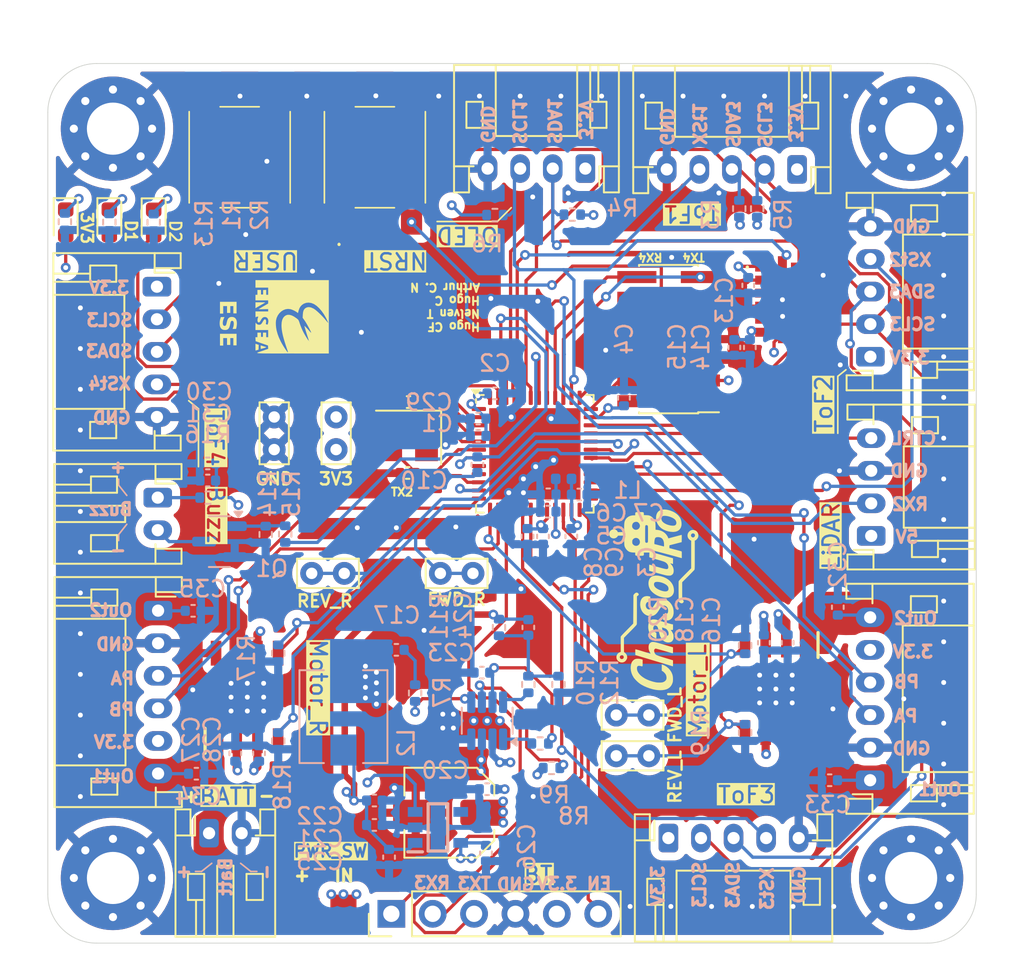
<source format=kicad_pcb>
(kicad_pcb (version 20241229) (generator "pcbnew") (generator_version "9.0")
  (layers (0 "F.Cu" signal) (4 "In1.Cu" power "In1_GND.Cu") (6 "In2.Cu" power "In2_3V3.Cu") (2 "B.Cu" signal) (13 "F.Paste" user) (15 "B.Paste" user) (5 "F.SilkS" user "F.Silkscreen") (7 "B.SilkS" user "B.Silkscreen") (1 "F.Mask" user) (3 "B.Mask" user) (25 "Edge.Cuts" user))
  (net 0 "")
  (net 1 "+7.5V")
  (net 2 "REV_L")
  (net 3 "GND")
  (net 4 "OUT_1_L")
  (net 5 "FWD_L")
  (net 6 "NRST")
  (net 7 "OUT_1_R")
  (net 8 "Net-(IC3-VCC)")
  (net 9 "FWD_R")
  (net 10 "REV_R")
  (net 11 "Net-(IC3-BST)")
  (net 12 "SW")
  (net 13 "PG")
  (net 14 "EN{slash}SYNC")
  (net 15 "/Power&Control/R_Bridge")
  (net 16 "+5V")
  (net 17 "+3.3V")
  (net 18 "SCL1")
  (net 19 "INT_XL2")
  (net 20 "INT_XL1")
  (net 21 "SDA1")
  (net 22 "SWDIO")
  (net 23 "TX4")
  (net 24 "RX4")
  (net 25 "SWCLK")
  (net 26 "Net-(U1-PF1)")
  (net 27 "M_CTRL")
  (net 28 "EN_BT")
  (net 29 "TX3")
  (net 30 "ENC_PB_R")
  (net 31 "ENC_PA_R")
  (net 32 "LED_STATE")
  (net 33 "Net-(U1-PF0)")
  (net 34 "ENC_PB_L")
  (net 35 "TX2")
  (net 37 "RX2")
  (net 38 "ENC_PA_L")
  (net 40 "RX3")
  (net 42 "SCL3")
  (net 43 "SDA3")
  (net 44 "Net-(D3-K)")
  (net 45 "Net-(D1-K)")
  (net 46 "Net-(D2-K)")
  (net 47 "XShunt1")
  (net 48 "XShunt2")
  (net 49 "XShunt3")
  (net 50 "XShunt4")
  (net 55 "+3.3VA")
  (net 56 "Net-(C17-Pad1)")
  (net 57 "/Power&Control/FB")
  (net 63 "/Power&Control/OUT_2_L")
  (net 64 "/Power&Control/OUT_2_R")
  (net 65 "/Power&Control/Bat+")
  (net 66 "/USER")
  (net 67 "/D1")
  (net 68 "/D2")
  (net 69 "Buzzer")
  (net 70 "/Sensors&periphs/Buzz+")
  (net 71 "/Sensors&periphs/Buzz-")
  (net 72 "/Sensors&periphs/G_Q1")
  (footprint "Capacitor_SMD:C_Elec_5x5.4" (layer "F.Cu") (at 123.65 92.995 180)
    (property "Reference" "C19" (hide yes))
    (property "Value" "47u")
  )
  (footprint "ESE:Pads_SW" (layer "F.Cu") (at 115.85 96.22375 180)
    (property "Reference" "S3")
    (property "Value" "PWR_SW")
  )
  (footprint "Connector_JST:JST_PH_S5B-PH-K_1x05_P2.00mm_Horizontal" (layer "F.Cu") (at 105.7 60.7 -90)
    (property "Reference" "J8" (hide yes))
    (property "Value" "ToF4")
  )
  (footprint "TestPoint:TestPoint_Bridge_Pitch2.0mm_Drill0.7mm" (layer "F.Cu") (at 115.2 78.3)
    (property "Reference" "TP7" (hide yes))
    (property "Value" "REV_R")
  )
  (footprint "ESE:430182070816" (layer "F.Cu") (at 119.08 52.755 90)
    (property "Reference" "S1" (hide yes))
    (property "Value" "NRST")
  )
  (footprint "LED_SMD:LED_0603_1608Metric" (layer "F.Cu") (at 102.777097 56.75 -90)
    (property "Reference" "D1" (hide yes))
    (property "Value" "D1")
  )
  (footprint "LED_SMD:LED_0603_1608Metric" (layer "F.Cu") (at 100.1 56.75 -90)
    (property "Reference" "D3" (hide yes))
    (property "Value" "3V3")
  )
  (footprint "ESE:430182070816" (layer "F.Cu") (at 110.78 52.755 90)
    (property "Reference" "S2" (hide yes))
    (property "Value" "USER")
  )
  (footprint "Connector_JST:JST_PH_S2B-PH-K_1x02_P2.00mm_Horizontal" (layer "F.Cu") (at 108.9 94.25)
    (property "Reference" "J11" (hide yes))
    (property "Value" "BATT")
  )
  (footprint "LED_SMD:LED_0603_1608Metric" (layer "F.Cu") (at 105.5 56.7625 -90)
    (property "Reference" "D2" (hide yes))
    (property "Value" "D2")
  )
  (footprint "TestPoint:TestPoint_Bridge_Pitch2.0mm_Drill0.7mm" (layer "F.Cu") (at 133.9 87)
    (property "Reference" "TP4" (hide yes))
    (property "Value" "FWD_L")
  )
  (footprint "TestPoint:TestPoint_Bridge_Pitch2.0mm_Drill0.7mm" (layer "F.Cu") (at 133.9 89.5)
    (property "Reference" "TP5" (hide yes))
    (property "Value" "REV_L")
  )
  (footprint "Connector_JST:JST_PH_S6B-PH-K_1x06_P2.00mm_Horizontal" (layer "F.Cu") (at 149.485778 90.999606 90)
    (property "Reference" "J9" (hide yes))
    (property "Value" "Motor_L")
  )
  (footprint "Crystal:Crystal_SMD_3225-4Pin_3.2x2.5mm" (layer "F.Cu") (at 121.15 69.96 180)
    (property "Reference" "Y1" (hide yes))
    (property "Value" "Crystal_GND24_Small")
  )
  (footprint "LOGO" (layer "F.Cu") (at 136.316597 79.8 90)
    (property "Reference" "G***" (hide yes))
    (property "Value" "LOGO" (hide yes))
  )
  (footprint "Capacitor_SMD:C_0402_1005Metric" (layer "F.Cu") (at 121.095 72.135 180)
    (property "Reference" "C12" (hide yes))
    (property "Value" "22p")
  )
  (footprint "MountingHole:MountingHole_3.2mm_M3_Pad_Via" (layer "F.Cu") (at 152 97)
    (property "Reference" "H2" (hide yes))
    (property "Value" "MountingHole_Pad")
  )
  (footprint "Connector_PinHeader_1.27mm:PinHeader_2x07_P1.27mm_Vertical_SMD" (layer "F.Cu") (at 137.113 63.92 180)
    (property "Reference" "J3" (hide yes))
    (property "Value" "Conn_ST_STDC14" (hide yes))
  )
  (footprint "ESE:ADXL343BCCZRL" (layer "F.Cu") (at 144.098 61.498)
    (property "Reference" "IC1" (hide yes))
    (property "Value" "ADXL343BCCZ-RL" (hide yes))
  )
  (footprint "Package_DFN_QFN:QFN-48-1EP_7x7mm_P0.5mm_EP5.6x5.6mm" (layer "F.Cu") (at 128.9 70.96)
    (property "Reference" "U1" (hide yes))
    (property "Value" "STM32G431CBUx")
  )
  (footprint "Connector_JST:JST_PH_S4B-PH-K_1x04_P2.00mm_Horizontal" (layer "F.Cu") (at 149.55 76 90)
    (property "Reference" "J1" (hide yes))
    (property "Value" "LiDAR")
  )
  (footprint "Connector_JST:JST_PH_S6B-PH-K_1x06_P2.00mm_Horizontal" (layer "F.Cu") (at 105.77 80.588 -90)
    (property "Reference" "J10" (hide yes))
    (property "Value" "Motor_R")
  )
  (footprint "TestPoint:TestPoint_Bridge_Pitch2.0mm_Drill0.7mm" (layer "F.Cu") (at 116.7 70.7 90)
    (property "Reference" "TP3" (hide yes))
    (property "Value" "3V3")
  )
  (footprint "Connector_JST:JST_PH_S2B-PH-K_1x02_P2.00mm_Horizontal" (layer "F.Cu") (at 105.75 73.65 -90)
    (property "Reference" "J12" (hide yes))
    (property "Value" "Buzz")
  )
  (footprint "TestPoint:TestPoint_Bridge_Pitch2.0mm_Drill0.7mm" (layer "F.Cu") (at 123.1 78.3)
    (property "Reference" "TP6" (hide yes))
    (property "Value" "FWD_R")
  )
  (footprint "MountingHole:MountingHole_3.2mm_M3_Pad_Via" (layer "F.Cu") (at 152 51)
    (property "Reference" "H3" (hide yes))
    (property "Value" "MountingHole_Pad")
  )
  (footprint "LOGO" (layer "F.Cu") (at 114 62.55 -90)
    (property "Reference" "G***" (hide yes))
    (property "Value" "LOGO" (hide yes))
  )
  (footprint "Capacitor_SMD:C_0402_1005Metric" (layer "F.Cu") (at 121.145 67.785 180)
    (property "Reference" "C11" (hide yes))
    (property "Value" "22p")
  )
  (footprint "Connector_JST:JST_PH_S5B-PH-K_1x05_P2.00mm_Horizontal" (layer "F.Cu") (at 149.5 65 90)
    (property "Reference" "J6" (hide yes))
    (property "Value" "ToF2")
  )
  (footprint "MountingHole:MountingHole_3.2mm_M3_Pad_Via" (layer "F.Cu") (at 103 97)
    (property "Reference" "H1" (hide yes))
    (property "Value" "MountingHole_Pad")
  )
  (footprint "MountingHole:MountingHole_3.2mm_M3_Pad_Via" (layer "F.Cu") (at 103 51)
    (property "Reference" "H4" (hide yes))
    (property "Value" "MountingHole_Pad")
  )
  (footprint "ESE:SOIC127P600X150-9N" (layer "F.Cu") (at 143.705778 85.386606 -90)
    (property "Reference" "IC2" (hide yes))
    (property "Value" "ZXBM5210-SP-13" (hide yes))
  )
  (footprint "Connector_JST:JST_PH_S4B-PH-K_1x04_P2.00mm_Horizontal" (layer "F.Cu") (at 132 53.45 180)
    (property "Reference" "J2" (hide yes))
    (property "Value" "OLED")
  )
  (footprint "Connector_JST:JST_PH_S5B-PH-K_1x05_P2.00mm_Horizontal" (layer "F.Cu") (at 145 53.5 180)
    (property "Reference" "J5" (hide yes))
    (property "Value" "ToF1")
  )
  (footprint "TestPoint:TestPoint_Bridge_Pitch2.0mm_Drill0.7mm" (layer "F.Cu") (at 112.9 70.7 90)
    (property "Reference" "TP2" (hide yes))
    (property "Value" "GND")
  )
  (footprint "Connector_JST:JST_PH_S5B-PH-K_1x05_P2.00mm_Horizontal" (layer "F.Cu") (at 137.1 94.55)
    (property "Reference" "J7" (hide yes))
    (property "Value" "ToF3")
  )
  (footprint "Connector_PinHeader_2.54mm:PinHeader_1x06_P2.54mm_Vertical" (layer "F.Cu") (at 120.09 99.2 90)
    (property "Reference" "J4" (hide yes))
    (property "Value" "BT")
  )
  (footprint "ESE:SOIC127P600X150-9N" (layer "F.Cu") (at 111.235 85.888 90)
    (property "Reference" "IC4" (hide yes))
    (property "Value" "ZXBM5210-SP-13" (hide yes))
  )
  (footprint "Resistor_SMD:R_0402_1005Metric" (layer "B.Cu") (at 121.55 85.645 90)
    (property "Reference" "R7")
    (property "Value" "20")
  )
  (footprint "Resistor_SMD:R_0402_1005Metric" (layer "B.Cu") (at 105.5 56.75 90)
    (property "Reference" "R2")
    (property "Value" "2.7k")
  )
  (footprint "Capacitor_SMD:C_0402_1005Metric" (layer "B.Cu") (at 125.42 68.8 180)
    (property "Reference" "C29")
    (property "Value" "0.1u")
  )
  (footprint "Capacitor_SMD:C_0402_1005Metric" (layer "B.Cu") (at 147 91 180)
    (property "Reference" "C33")
    (property "Value" "0.1u")
  )
  (footprint "Capacitor_SMD:C_0402_1005Metric" (layer "B.Cu") (at 107.92 80.6)
    (property "Reference" "C35")
    (property "Value" "0.1u")
  )
  (footprint "Capacitor_SMD:C_0402_1005Metric" (layer "B.Cu") (at 108.12 90.6)
    (property "Reference" "C34")
    (property "Value" "0.1u")
  )
  (footprint "Resistor_SMD:R_0402_1005Metric" (layer "B.Cu") (at 126.7 81.62 -90)
    (property "Reference" "R11")
    (property "Value" "40.2k")
  )
  (footprint "Resistor_SMD:R_0402_1005Metric" (layer "B.Cu") (at 131.2 56.275)
    (property "Reference" "R4")
    (property "Value" "4.7k")
  )
  (footprint "Resistor_SMD:R_0402_1005Metric" (layer "B.Cu") (at 141.45 55.91 -90)
    (property "Reference" "R3")
    (property "Value" "4.7k")
  )
  (footprint "Capacitor_SMD:C_0402_1005Metric" (layer "B.Cu") (at 119.95 95.725 -90)
    (property "Reference" "C25")
    (property "Value" "1u")
  )
  (footprint "Capacitor_SMD:C_0402_1005Metric" (layer "B.Cu") (at 142.960778 82.554606 -90)
    (property "Reference" "C18")
    (property "Value" "0.1u")
  )
  (footprint "Capacitor_SMD:C_0402_1005Metric" (layer "B.Cu") (at 119.05 92.245)
    (property "Reference" "C22")
    (property "Value" "22u")
  )
  (footprint "Resistor_SMD:R_0402_1005Metric" (layer "B.Cu") (at 113.575 75.89 90)
    (property "Reference" "R15")
    (property "Value" "470")
  )
  (footprint "Resistor_SMD:R_0402_1005Metric" (layer "B.Cu") (at 130.35 85.12 -90)
    (property "Reference" "R12")
    (property "Value" "7.68k")
  )
  (footprint "Capacitor_SMD:C_0402_1005Metric" (layer "B.Cu") (at 110.51 89.355 90)
    (property "Reference" "C27")
    (property "Value" "10u")
  )
  (footprint "Resistor_SMD:R_0402_1005Metric" (layer "B.Cu") (at 100.05 56.71 90)
    (property "Reference" "R13")
    (property "Value" "2.7k")
  )
  (footprint "Capacitor_SMD:C_0402_1005Metric" (layer "B.Cu") (at 129.72 73.45 180)
    (property "Reference" "C6")
    (property "Value" "1u")
  )
  (footprint "ESE:SOT95P280X125-5N" (layer "B.Cu") (at 122.95 93.895)
    (property "Reference" "IC5" (hide yes))
    (property "Value" "BU33SD5WG-TR" (hide yes))
  )
  (footprint "Capacitor_SMD:C_0402_1005Metric" (layer "B.Cu") (at 142 60.62 -90)
    (property "Reference" "C13")
    (property "Value" "0.1u")
  )
  (footprint "Capacitor_SMD:C_0402_1005Metric" (layer "B.Cu") (at 129.4 76.03 -90)
    (property "Reference" "C9")
    (property "Value" "100n")
  )
  (footprint "Capacitor_SMD:C_0402_1005Metric" (layer "B.Cu") (at 131.625 73.46)
    (property "Reference" "C7")
    (property "Value" "47u")
  )
  (footprint "Capacitor_SMD:C_0402_1005Metric" (layer "B.Cu") (at 125.65 84.395 180)
    (property "Reference" "C23")
    (property "Value" "0.1u")
  )
  (footprint "Capacitor_SMD:C_0402_1005Metric" (layer "B.Cu") (at 108.82 71.55 180)
    (property "Reference" "C30")
    (property "Value" "0.1u")
  )
  (footprint "Package_TO_SOT_SMD:SOT-23" (layer "B.Cu") (at 109.5375 76.35 180)
    (property "Reference" "Q1")
    (property "Value" "IRLML2060")
  )
  (footprint "Resistor_SMD:R_0402_1005Metric" (layer "B.Cu") (at 142.55 55.91 -90)
    (property "Reference" "R5")
    (property "Value" "4.7k")
  )
  (footprint "Capacitor_SMD:C_0402_1005Metric" (layer "B.Cu") (at 131.14 76.03 -90)
    (property "Reference" "C3")
    (property "Value" "0.1u")
  )
  (footprint "Capacitor_SMD:C_0402_1005Metric" (layer "B.Cu") (at 125.375 71.625 -90)
    (property "Reference" "C10")
    (property "Value" "0.1u")
  )
  (footprint "Capacitor_SMD:C_0402_1005Metric" (layer "B.Cu") (at 108.82 72.6 180)
    (property "Reference" "C31")
    (property "Value" "10u")
  )
  (footprint "Resistor_SMD:R_0402_1005Metric" (layer "B.Cu") (at 102.777097 56.7375 90)
    (property "Reference" "R1")
    (property "Value" "2.7k")
  )
  (footprint "Resistor_SMD:R_0402_1005Metric" (layer "B.Cu") (at 108.84 73.65)
    (property "Reference" "R16")
    (property "Value" "100")
  )
  (footprint "Capacitor_SMD:C_0402_1005Metric" (layer "B.Cu") (at 147.5 80.38 90)
    (property "Reference" "C32")
    (property "Value" "0.1u")
  )
  (footprint "Resistor_SMD:R_0402_1005Metric" (layer "B.Cu") (at 141.810778 82.724606 90)
    (property "Reference" "R20")
    (property "Value" "100k")
  )
  (footprint "Capacitor_SMD:C_0402_1005Metric" (layer "B.Cu") (at 144.420778 82.554606 -90)
    (property "Reference" "C16")
    (property "Value" "10u")
  )
  (footprint "Capacitor_SMD:C_0402_1005Metric" (layer "B.Cu") (at 125.42 69.86 180)
    (property "Reference" "C1")
    (property "Value" "4.7u")
  )
  (footprint "Resistor_SMD:R_0402_1005Metric" (layer "B.Cu") (at 113.145 83.203 -90)
    (property "Reference" "R17")
    (property "Value" "100k" (hide yes))
  )
  (footprint "Resistor_SMD:R_0402_1005Metric" (layer "B.Cu") (at 129.225 88.745)
    (property "Reference" "R9")
    (property "Value" "100k")
  )
  (footprint "Capacitor_SMD:C_0402_1005Metric" (layer "B.Cu") (at 120.4 82.995 180)
    (property "Reference" "C17")
    (property "Value" "0.1u")
  )
  (footprint "Capacitor_SMD:C_0402_1005Metric" (layer "B.Cu") (at 125.9 95.48 -90)
    (property "Reference" "C26")
    (property "Value" "1u")
  )
  (footprint "Capacitor_SMD:C_0402_1005Metric" (layer "B.Cu") (at 111.97 89.355 90)
    (property "Reference" "C28")
    (property "Value" "0.1u")
  )
  (footprint "Resistor_SMD:R_0402_1005Metric" (layer "B.Cu") (at 112.375 75.91 -90)
    (property "Reference" "R14")
    (property "Value" "100k")
  )
  (footprint "Capacitor_SMD:C_0402_1005Metric" (layer "B.Cu") (at 128.5 81.62 -90)
    (property "Reference" "C24")
    (property "Value" "15p")
  )
  (footprint "Resistor_SMD:R_0402_1005Metric" (layer "B.Cu") (at 129.925 90.245)
    (property "Reference" "R8")
    (property "Value" "100k")
  )
  (footprint "Capacitor_SMD:C_0402_1005Metric" (layer "B.Cu") (at 126.45 67.25)
    (property "Reference" "C2")
    (property "Value" "0.1u")
  )
  (footprint "Capacitor_SMD:C_0402_1005Metric" (layer "B.Cu") (at 134.37 67.53 90)
    (property "Reference" "C4")
    (property "Value" "0.1u")
  )
  (footprint "Inductor_SMD:L_0402_1005Metric" (layer "B.Cu") (at 130.665 72.5)
    (property "Reference" "L1")
    (property "Value" "4.7n")
  )
  (footprint "Capacitor_SMD:C_0402_1005Metric" (layer "B.Cu") (at 142.1 64.43 -90)
    (property "Reference" "C15")
    (property "Value" "0.1u")
  )
  (footprint "Capacitor_SMD:C_0402_1005Metric" (layer "B.Cu") (at 119.05 93.745)
    (property "Reference" "C21")
    (property "Value" "22u")
  )
  (footprint "Capacitor_SMD:C_0402_1005Metric" (layer "B.Cu") (at 128.45 76.03 -90)
    (property "Reference" "C8")
    (property "Value" "1u")
  )
  (footprint "Resistor_SMD:R_0402_1005Metric" (layer "B.Cu") (at 126.45 56.3 180)
    (property "Reference" "R6")
    (property "Value" "4.7k")
  )
  (footprint "Inductor_SMD:L_Wuerth_HCI-5040" (layer "B.Cu") (at 117.15 87.095 -90)
    (property "Reference" "L2")
    (property "Value" "4.7u" (hide yes))
  )
  (footprint "Resistor_SMD:R_0402_1005Metric" (layer "B.Cu") (at 128.5 85.12 -90)
    (property "Reference" "R10")
    (property "Value" "16k")
  )
  (footprint "Package_TO_SOT_SMD:TSOT-23-8" (layer "B.Cu") (at 125.975 87.345 90)
    (property "Reference" "IC3" (hide yes))
    (property "Value" "MP1475DJ-LF-P")
  )
  (footprint "Resistor_SMD:R_0402_1005Metric" (layer "B.Cu") (at 141.810778 88.074606 -90)
    (property "Reference" "R19")
    (property "Value" "100k")
  )
  (footprint "Capacitor_SMD:C_0402_1005Metric" (layer "B.Cu") (at 141.15 64.43 -90)
    (property "Reference" "C14")
    (property "Value" "10u")
  )
  (footprint "Capacitor_SMD:C_0402_1005Metric" (layer "B.Cu") (at 129.72 74.51 180)
    (property "Reference" "C5")
    (property "Value" "10n")
  )
  (footprint "Capacitor_SMD:C_0402_1005Metric" (layer "B.Cu") (at 125.97 91.55 180)
    (property "Reference" "C20")
    (property "Value" "0.1u")
  )
  (footprint "Resistor_SMD:R_0402_1005Metric" (layer "B.Cu") (at 113.145 88.588 -90)
    (property "Reference" "R18")
    (property "Value" "100k")
  )
  (gr_rect (start 122.1 72.625) (end 123.1 73.275) (stroke (width 0.2)) (fill yes) (layers "F.Cu" "F.Mask") (net 35))
  (gr_line (start 126.6 56.7) (end 127.45 55.85) (stroke (width 0.1)) (layer "F.SilkS"))
  (gr_line (start 122.9 56.7) (end 126.6 56.7) (stroke (width 0.1)) (layer "F.SilkS"))
  (gr_line (start 108.25 71.75) (end 108.25 68.2) (stroke (width 0.1)) (layer "F.SilkS"))
  (gr_line (start 147.5 66.2) (end 148 65.8) (stroke (width 0.1)) (layer "F.SilkS"))
  (gr_line (start 108.25 68.2) (end 107.65 67.7) (stroke (width 0.1)) (layer "F.SilkS"))
  (gr_line (start 147.5 69.7) (end 147.5 66.2) (stroke (width 0.1)) (layer "F.SilkS"))
  (gr_line (start 103.85 75.285) (end 103.35 75.915) (stroke (width 0.1)) (layer "B.SilkS"))
  (gr_line (start 109.065 96.1) (end 108.435 96.6) (stroke (width 0.1)) (layer "B.SilkS"))
  (gr_line (start 110.835 96.1) (end 111.465 96.6) (stroke (width 0.1)) (layer "B.SilkS"))
  (gr_line (start 111.465 96.6) (end 111.835 96.6) (stroke (width 0.1)) (layer "B.SilkS"))
  (gr_line (start 103.35 72.885) (end 103.35 72.515) (stroke (width 0.1)) (layer "B.SilkS"))
  (gr_line (start 108.435 96.6) (end 108.065 96.6) (stroke (width 0.1)) (layer "B.SilkS"))
  (gr_line (start 103.85 73.515) (end 103.35 72.885) (stroke (width 0.1)) (layer "B.SilkS"))
  (gr_line (start 103.35 75.915) (end 103.35 76.285) (stroke (width 0.1)) (layer "B.SilkS"))
  (gr_arc (start 99 50) (mid 99.87868 47.87868) (end 102 47) (stroke (width 0.05)) (layer "Edge.Cuts"))
  (gr_line (start 102 101) (end 153 101) (stroke (width 0.05)) (layer "Edge.Cuts"))
  (gr_line (start 99 50) (end 99 98) (stroke (width 0.05)) (layer "Edge.Cuts"))
  (gr_line (start 153 47) (end 102 47) (stroke (width 0.05)) (layer "Edge.Cuts"))
  (gr_arc (start 102 101) (mid 99.87868 100.12132) (end 99 98) (stroke (width 0.05)) (layer "Edge.Cuts"))
  (gr_arc (start 156 98) (mid 155.12132 100.12132) (end 153 101) (stroke (width 0.05)) (layer "Edge.Cuts"))
  (gr_arc (start 153 47) (mid 155.12132 47.87868) (end 156 50) (stroke (width 0.05)) (layer "Edge.Cuts"))
  (gr_line (start 156 98) (end 156 50) (stroke (width 0.05)) (layer "Edge.Cuts"))
  (gr_text "+" (at 108.2 91.45 90) (layer "F.SilkS") (effects (font (size 0.75 0.75) (thickness 0.1875) (bold yes)) (justify left bottom mirror)))
  (gr_text "TX2" (at 120 73.6 0) (layer "F.SilkS") (effects (font (size 0.5 0.5) (thickness 0.125) (bold yes)) (justify left bottom)))
  (gr_text "Hugo CF\nNelven T\nHugo C\nArthur C. N" (at 125.6 60.45 180) (layer "F.SilkS") (effects (font (size 0.5 0.5) (thickness 0.125) (bold yes)) (justify left bottom)))
  (gr_text "ESE" (at 109.4 61.5 270) (layer "F.SilkS") (effects (font (size 1 1) (thickness 0.25) (bold yes) (italic yes)) (justify left bottom)))
  (gr_text "IN" (at 116.5 97.3 0) (layer "F.SilkS") (effects (font (size 0.75 0.75) (thickness 0.1875) (bold yes)) (justify left bottom)))
  (gr_text "+" (at 115 96.3 90) (layer "F.SilkS") (effects (font (size 0.75 0.75) (thickness 0.1875) (bold yes)) (justify left bottom mirror)))
  (gr_text "RX4" (at 136.8 58.6 180) (layer "F.SilkS") (effects (font (size 0.5 0.5) (thickness 0.125) (bold yes)) (justify left bottom)))
  (gr_text "-" (at 111.85 91.6 180) (layer "F.SilkS") (effects (font (size 0.75 0.75) (thickness 0.1875) (bold yes)) (justify left bottom mirror)))
  (gr_text "TX4" (at 139.4 58.6 180) (layer "F.SilkS") (effects (font (size 0.5 0.5) (thickness 0.125) (bold yes)) (justify left bottom)))
  (gr_text "GND" (at 153.3 57.45 0) (layer "B.SilkS") (effects (font (size 0.75 0.75) (thickness 0.1875) (bold yes)) (justify left bottom mirror)))
  (gr_text "RX3" (at 123.8 97.75 0) (layer "B.SilkS") (effects (font (size 0.75 0.75) (thickness 0.1875) (bold yes)) (justify left bottom mirror)))
  (gr_text "3.3V" (at 136.9 96.15 90) (layer "B.SilkS") (effects (font (size 0.75 0.75) (thickness 0.1875) (bold yes)) (justify left bottom mirror)))
  (gr_text "SDA3" (at 104.3 65.1 0) (layer "B.SilkS") (effects (font (size 0.75 0.75) (thickness 0.1875) (bold yes)) (justify left bottom mirror)))
  (gr_text "GND" (at 145.55 96.15 90) (layer "B.SilkS") (effects (font (size 0.75 0.75) (thickness 0.1875) (bold yes)) (justify left bottom mirror)))
  (gr_text "PA" (at 104.4 85.2 0) (layer "B.SilkS") (effects (font (size 0.75 0.75) (thickness 0.1875) (bold yes)) (justify left bottom mirror)))
  (gr_text "3.3V" (at 104.1 61.2 0) (layer "B.SilkS") (effects (font (size 0.75 0.75) (thickness 0.1875) (bold yes)) (justify left bottom mirror)))
  (gr_text "GND" (at 153.3 89.5 0) (layer "B.SilkS") (effects (font (size 0.75 0.75) (thickness 0.1875) (bold yes)) (justify left bottom mirror)))
  (gr_text "5V" (at 152.55 76.5 0) (layer "B.SilkS") (effects (font (size 0.75 0.75) (thickness 0.1875) (bold yes)) (justify left bottom mirror)))
  (gr_text "RX2" (at 153.15 74.5 0) (layer "B.SilkS") (effects (font (size 0.75 0.75) (thickness 0.1875) (bold yes)) (justify left bottom mirror)))
  (gr_text "Out1" (at 104.4 91.2 0) (layer "B.SilkS") (effects (font (size 0.75 0.75) (thickness 0.1875) (bold yes)) (justify left bottom mirror)))
  (gr_text "Batt" (at 110.35 95.65 90) (layer "B.SilkS") (effects (font (size 0.75 0.75) (thickness 0.1875) (bold yes)) (justify left bottom mirror)))
  (gr_text "SCL1" (at 127.5 52.05 270) (layer "B.SilkS") (effects (font (size 0.75 0.75) (thickness 0.1875) (bold yes)) (justify left bottom mirror)))
  (gr_text "TX3" (at 126.3 97.8 0) (layer "B.SilkS") (effects (font (size 0.75 0.75) (thickness 0.1875) (bold yes)) (justify left bottom mirror)))
  (gr_text "GND" (at 104.2 69.2 0) (layer "B.SilkS") (effects (font (size 0.75 0.75) (thickness 0.1875) (bold yes)) (justify left bottom mirror)))
  (gr_text "SCL3" (at 104.3 63.2 0) (layer "B.SilkS") (effects (font (size 0.75 0.75) (thickness 0.1875) (bold yes)) (justify left bottom mirror)))
  (gr_text "XSt2" (at 153.35 59.5 0) (layer "B.SilkS") (effects (font (size 0.75 0.75) (thickness 0.1875) (bold yes)) (justify left bottom mirror)))
  (gr_text "Buzz" (at 104.3 74.8 0) (layer "B.SilkS") (effects (font (size 0.75 0.75) (thickness 0.1875) (bold yes)) (justify left bottom mirror)))
  (gr_text "XSt1" (at 138.55 52.1 270) (layer "B.SilkS") (effects (font (size 0.75 0.75) (thickness 0.1875) (bold yes)) (justify left bottom mirror)))
  (gr_text "XSt4" (at 104.2 67.1 0) (layer "B.SilkS") (effects (font (size 0.75 0.75) (thickness 0.1875) (bold yes)) (justify left bottom mirror)))
  (gr_text "GND" (at 153.15 72.45 0) (layer "B.SilkS") (effects (font (size 0.75 0.75) (thickness 0.1875) (bold yes)) (justify left bottom mirror)))
  (gr_text "PB" (at 152.6 85.4 0) (layer "B.SilkS") (effects (font (size 0.75 0.75) (thickness 0.1875) (bold yes)) (justify left bottom mirror)))
  (gr_text "3.3V" (at 131.55 51.8 270) (layer "B.SilkS") (effects (font (size 0.75 0.75) (thickness 0.1875) (bold yes)) (justify left bottom mirror)))
  (gr_text "SDA1" (at 129.65 52.05 270) (layer "B.SilkS") (effects (font (size 0.75 0.75) (thickness 0.1875) (bold yes)) (justify left bottom mirror)))
  (gr_text "SDA3" (at 140.6 52.25 270) (layer "B.SilkS") (effects (font (size 0.75 0.75) (thickness 0.1875) (bold yes)) (justify left bottom mirror)))
  (gr_text "+" (at 103.9 72.2 0) (layer "B.SilkS") (effects (font (size 0.75 0.75) (thickness 0.1875) (bold yes)) (justify left bottom mirror)))
  (gr_text "SCL3" (at 153.6 63.45 0) (layer "B.SilkS") (effects (font (size 0.75 0.75) (thickness 0.1875) (bold yes)) (justify left bottom mirror)))
  (gr_text "SCL3" (at 139.45 95.9 90) (layer "B.SilkS") (effects (font (size 0.75 0.75) (thickness 0.1875) (bold yes)) (justify left bottom mirror)))
  (gr_text "Out2" (at 153.7 81.5 0) (layer "B.SilkS") (effects (font (size 0.75 0.75) (thickness 0.1875) (bold yes)) (justify left bottom mirror)))
  (gr_text "GND" (at 136.55 52.15 270) (layer "B.SilkS") (effects (font (size 0.75 0.75) (thickness 0.1875) (bold yes)) (justify left bottom mirror)))
  (gr_text "PB" (at 104.4 87.1 0) (layer "B.SilkS") (effects (font (size 0.75 0.75) (thickness 0.1875) (bold yes)) (justify left bottom mirror)))
  (gr_text "PA" (at 152.5 87.5 0) (layer "B.SilkS") (effects (font (size 0.75 0.75) (thickness 0.1875) (bold yes)) (justify left bottom mirror)))
  (gr_text "SDA3" (at 141.5 95.9 90) (layer "B.SilkS") (effects (font (size 0.75 0.75) (thickness 0.1875) (bold yes)) (justify left bottom mirror)))
  (gr_text "-" (at 103.9 77.3 0) (layer "B.SilkS") (effects (font (size 0.75 0.75) (thickness 0.1875) (bold yes)) (justify left bottom mirror)))
  (gr_text "GND" (at 125.55 52 270) (layer "B.SilkS") (effects (font (size 0.75 0.75) (thickness 0.1875) (bold yes)) (justify left bottom mirror)))
  (gr_text "SDA3" (at 153.6 61.45 0) (layer "B.SilkS") (effects (font (size 0.75 0.75) (thickness 0.1875) (bold yes)) (justify left bottom mirror)))
  (gr_text "SCL3" (at 142.55 52.25 270) (layer "B.SilkS") (effects (font (size 0.75 0.75) (thickness 0.1875) (bold yes)) (justify left bottom mirror)))
  (gr_text "3.3V" (at 153.45 83.55 0) (layer "B.SilkS") (effects (font (size 0.75 0.75) (thickness 0.1875) (bold yes)) (justify left bottom mirror)))
  (gr_text "3.3V" (at 104.4 89.1 0) (layer "B.SilkS") (effects (font (size 0.75 0.75) (thickness 0.1875) (bold yes)) (justify left bottom mirror)))
  (gr_text "+" (at 107.75 96.05 90) (layer "B.SilkS") (effects (font (size 0.75 0.75) (thickness 0.1875) (bold yes)) (justify left bottom mirror)))
  (gr_text "CTRL" (at 153.65 70.45 0) (layer "B.SilkS") (effects (font (size 0.75 0.75) (thickness 0.1875) (bold yes)) (justify left bottom mirror)))
  (gr_text "3.3V" (at 131.6 97.8 0) (layer "B.SilkS") (effects (font (size 0.75 0.75) (thickness 0.1875) (bold yes)) (justify left bottom mirror)))
  (gr_text "EN" (at 133.7 97.8 0) (layer "B.SilkS") (effects (font (size 0.75 0.75) (thickness 0.1875) (bold yes)) (justify left bottom mirror)))
  (gr_text "Out2" (at 104.3 81 0) (layer "B.SilkS") (effects (font (size 0.75 0.75) (thickness 0.1875) (bold yes)) (justify left bottom mirror)))
  (gr_text "Out1" (at 155.2 92 0) (layer "B.SilkS") (effects (font (size 0.75 0.75) (thickness 0.1875) (bold yes)) (justify left bottom mirror)))
  (gr_text "3.3V" (at 144.45 51.95 270) (layer "B.SilkS") (effects (font (size 0.75 0.75) (thickness 0.1875) (bold yes)) (justify left bottom mirror)))
  (gr_text "GND" (at 104.4 83.1 0) (layer "B.SilkS") (effects (font (size 0.75 0.75) (thickness 0.1875) (bold yes)) (justify left bottom mirror)))
  (gr_text "3.3V" (at 153.25 65.5 0) (layer "B.SilkS") (effects (font (size 0.75 0.75) (thickness 0.1875) (bold yes)) (justify left bottom mirror)))
  (gr_text "-" (at 112.85 96.05 90) (layer "B.SilkS") (effects (font (size 0.75 0.75) (thickness 0.1875) (bold yes)) (justify left bottom mirror)))
  (gr_text "XSt3" (at 143.6 96.25 90) (layer "B.SilkS") (effects (font (size 0.75 0.75) (thickness 0.1875) (bold yes)) (justify left bottom mirror)))
  (gr_text "GND" (at 129 97.85 0) (layer "B.SilkS") (effects (font (size 0.75 0.75) (thickness 0.1875) (bold yes)) (justify left bottom mirror)))
  (segment (start 110.6 90.35) (end 110.65 90.4) (width 0.5) (layer "F.Cu") (net 1))
  (segment (start 144.340778 81.740778) (end 144.340778 82.698606) (width 0.5) (layer "F.Cu") (net 1))
  (segment (start 111.87 82.03) (end 112.05 81.85) (width 0.5) (layer "F.Cu") (net 1))
  (segment (start 111.87 88.576) (end 111.87 90.18) (width 0.5) (layer "F.Cu") (net 1))
  (segment (start 143.070778 88.074606) (end 143.070778 89.370778) (width 0.5) (layer "F.Cu") (net 1))
  (segment (start 144.340778 81.290778) (end 143.85 80.8) (width 0.5) (layer "F.Cu") (net 1))
  (segment (start 143.1 81.5) (end 143.1 82.669384) (width 0.5) (layer "F.Cu") (net 1))
  (segment (start 111.87 90.18) (end 111.65 90.4) (width 0.5) (layer "F.Cu") (net 1))
  (segment (start 143.1 82.669384) (end 143.070778 82.698606) (width 0.5) (layer "F.Cu") (net 1))
  (segment (start 144.340778 82.698606) (end 144.340778 81.290778) (width 0.5) (layer "F.Cu") (net 1))
  (segment (start 110.6 88.576) (end 110.6 90.35) (width 0.5) (layer "F.Cu") (net 1))
  (segment (start 142.95 81.35) (end 143.1 81.5) (width 0.5) (layer "F.Cu") (net 1))
  (segment (start 111.87 83.2) (end 111.87 82.03) (width 0.5) (layer "F.Cu") (net 1))
  (segment (start 142.95 80.9) (end 142.95 81.35) (width 0.5) (layer "F.Cu") (net 1))
  (segment (start 143.070778 89.370778) (end 143.1 89.4) (width 0.5) (layer "F.Cu") (net 1))
  (via (at 143.85 80.8) (size 0.6) (drill 0.3) (layers "F.Cu" "B.Cu") (net 1))
  (via (at 126.95 92.95) (size 0.6) (drill 0.3) (layers "F.Cu" "B.Cu") (net 1))
  (via (at 127.399 89.9) (size 0.6) (drill 0.3) (layers "F.Cu" "B.Cu") (net 1))
  (via (at 117.95 98) (size 0.6) (drill 0.3) (layers "F.Cu" "B.Cu") (net 1))
  (via (at 126.75 89.9) (size 0.6) (drill 0.3) (layers "F.Cu" "B.Cu") (net 1))
  (via (at 111.65 90.4) (size 0.6) (drill 0.3) (layers "F.Cu" "B.Cu") (net 1))
  (via (at 126.958635 93.608635) (size 0.6) (drill 0.3) (layers "F.Cu" "B.Cu") (net 1))
  (via (at 127.05 91.55) (size 0.6) (drill 0.3) (layers "F.Cu" "B.Cu") (net 1))
  (via (at 110.65 90.4) (size 0.6) (drill 0.3) (layers "F.Cu" "B.Cu") (net 1))
  (via (at 112.05 81.85) (size 0.6) (drill 0.3) (layers "F.Cu" "B.Cu") (net 1))
  (via (at 117.15 98) (size 0.6) (drill 0.3) (layers "F.Cu" "B.Cu") (net 1))
  (via (at 143.1 89.4) (size 0.6) (drill 0.3) (layers "F.Cu" "B.Cu") (net 1))
  (via (at 116.4 98) (size 0.6) (drill 0.3) (layers "F.Cu" "B.Cu") (net 1))
  (via (at 142.95 80.9) (size 0.6) (drill 0.3) (layers "F.Cu" "B.Cu") (net 1))
  (via (at 126.95 92.3) (size 0.6) (drill 0.3) (layers "F.Cu" "B.Cu") (net 1))
  (via (at 129.05 90.65) (size 0.6) (drill 0.3) (layers "F.Cu" "B.Cu") (net 1))
  (segment (start 129.05 90.65) (end 129.05 90.61) (width 0.5) (layer "B.Cu") (net 1))
  (segment (start 142.95 80.9) (end 142.95 81.628444) (width 0.5) (layer "B.Cu") (net 1))
  (segment (start 111.65 90.155) (end 111.97 89.835) (width 0.5) (layer "B.Cu") (net 1))
  (segment (start 111.65 90.4) (end 111.65 90.155) (width 0.5) (layer "B.Cu") (net 1))
  (segment (start 142.960778 81.639222) (end 142.960778 82.074606) (width 0.5) (layer "B.Cu") (net 1))
  (segment (start 126.75 89.9) (end 126.3 89.45) (width 0.4) (layer "B.Cu") (net 1))
  (segment (start 142.95 81.628444) (end 142.960778 81.639222) (width 0.5) (layer "B.Cu") (net 1))
  (segment (start 126.3 89.45) (end 126.3 88.645) (width 0.4) (layer "B.Cu") (net 1))
  (segment (start 110.65 90.4) (end 110.65 89.975) (width 0.5) (layer "B.Cu") (net 1))
  (segment (start 143.85 81.503828) (end 144.420778 82.074606) (width 0.5) (layer "B.Cu") (net 1))
  (segment (start 126.75 89.9) (end 127.399 89.9) (width 0.4) (layer "B.Cu") (net 1))
  (segment (start 127.05 91.55) (end 126.45 91.55) (width 0.5) (layer "B.Cu") (net 1))
  (segment (start 110.65 89.975) (end 110.51 89.835) (width 0.5) (layer "B.Cu") (net 1))
  (segment (start 129.05 90.61) (end 129.415 90.245) (width 0.5) (layer "B.Cu") (net 1))
  (segment (start 143.85 80.8) (end 143.85 81.503828) (width 0.5) (layer "B.Cu") (net 1))
  (segment (start 141.43 74.12) (end 140.89 74.12) (width 0.2) (layer "F.Cu") (net 2))
  (segment (start 130.16 61.58) (end 129.65 62.09) (width 0.2) (layer "F.Cu") (net 2))
  (segment (start 130.7 61.58) (end 130.16 61.58) (width 0.2) (layer "F.Cu") (net 2))
  (segment (start 140.8 87.55) (end 141.276172 87.55) (width 0.2) (layer "F.Cu") (net 2))
  (segment (start 140.34 74.67) (end 140.34 87.09) (width 0.2) (layer "F.Cu") (net 2))
  (segment (start 141.276172 87.55) (end 141.800778 88.074606) (width 0.2) (layer "F.Cu") (net 2))
  (segment (start 140.89 74.12) (end 140.34 74.67) (width 0.2) (layer "F.Cu") (net 2))
  (segment (start 140.34 87.09) (end 140.8 87.55) (width 0.2) (layer "F.Cu") (net 2))
  (segment (start 129.65 62.09) (end 129.65 67.5225) (width 0.2) (layer "F.Cu") (net 2))
  (via (at 141.43 74.12) (size 0.6) (drill 0.3) (layers "F.Cu" "B.Cu") (net 2))
  (via (at 140.8 87.55) (size 0.6) (drill 0.3) (layers "F.Cu" "B.Cu") (net 2))
  (via (at 130.7 61.58) (size 0.6) (drill 0.3) (layers "F.Cu" "B.Cu") (net 2))
  (segment (start 132.79 68.74) (end 130.699 66.649) (width 0.2) (layer "B.Cu") (net 2))
  (segment (start 141.43 74.12) (end 136.05 68.74) (width 0.2) (layer "B.Cu") (net 2))
  (segment (start 133.140057 68.74) (end 132.79 68.74) (width 0.2) (layer "B.Cu") (net 2))
  (segment (start 130.699 66.649) (end 130.699 64.859) (width 0.2) (layer "B.Cu") (net 2))
  (segment (start 138.85 89.5) (end 135.9 89.5) (width 0.2) (layer "B.Cu") (net 2))
  (segment (start 141.810778 87.564606) (end 140.814606 87.564606) (width 0.2) (layer "B.Cu") (net 2))
  (segment (start 130.7 64.858) (end 130.7 61.58) (width 0.2) (layer "B.Cu") (net 2))
  (segment (start 133.648943 68.751) (end 133.151057 68.751) (width 0.2) (layer "B.Cu") (net 2))
  (segment (start 136.05 68.74) (end 133.659943 68.74) (width 0.2) (layer "B.Cu") (net 2))
  (segment (start 130.699 64.859) (end 130.7 64.858) (width 0.2) (layer "B.Cu") (net 2))
  (segment (start 133.151057 68.751) (end 133.140057 68.74) (width 0.2) (layer "B.Cu") (net 2))
  (segment (start 140.8 87.55) (end 138.85 89.5) (width 0.2) (layer "B.Cu") (net 2))
  (segment (start 133.659943 68.74) (end 133.648943 68.751) (width 0.2) (layer "B.Cu") (net 2))
  (segment (start 135.9 89.5) (end 133.9 89.5) (width 0.2) (layer "B.Cu") (net 2))
  (segment (start 140.814606 87.564606) (end 140.8 87.55) (width 0.2) (layer "B.Cu") (net 2))
  (segment (start 143 61.898) (end 143 62.698) (width 0.2) (layer "F.Cu") (net 3))
  (segment (start 109.47 56.73) (end 109.8 56.4) (width 0.2) (layer "F.Cu") (net 3))
  (segment (start 143 62.698) (end 143.935498 62.698) (width 0.2) (layer "F.Cu") (net 3))
  (segment (start 145.196 60.298) (end 146.132 60.298) (width 0.2) (layer "F.Cu") (net 3))
  (segment (start 144.1 61.5) (end 144.1 60.6215) (width 0.2) (layer "F.Cu") (net 3))
  (segment (start 144.1 62.513498) (end 144.11 62.523498) (width 0.2) (layer "F.Cu") (net 3))
  (segment (start 108.53 56.73) (end 108.53 56.67) (width 0.2) (layer "F.Cu") (net 3))
  (segment (start 108.53 56.73) (end 109.47 56.73) (width 0.2) (layer "F.Cu") (net 3))
  (segment (start 143 60.298) (end 142.002 60.298) (width 0.2) (layer "F.Cu") (net 3))
  (segment (start 109.33 83.983) (end 111.235 85.888) (width 0.2) (layer "F.Cu") (net 3))
  (segment (start 122.71 70.35) (end 122.25 70.81) (width 0.2) (layer "F.Cu") (net 3))
  (segment (start 144.1 60.6) (end 143.798 60.298) (width 0.2) (layer "F.Cu") (net 3))
  (segment (start 144.4235 60.298) (end 145.196 60.298) (width 0.2) (layer "F.Cu") (net 3))
  (segment (start 120.665 68.495) (end 120.05 69.11) (width 0.2) (layer "F.Cu") (net 3))
  (segment (start 123.362646 70.35) (end 122.71 70.35) (width 0.2) (layer "F.Cu") (net 3))
  (segment (start 143.798 60.298) (end 143 60.298) (width 0.2) (layer "F.Cu") (net 3))
  (segment (start 144.1 60.6215) (end 144.4235 60.298) (width 0.2) (layer "F.Cu") (net 3))
  (segment (start 142.182 61.898) (end 142.18 61.9) (width 0.2) (layer "F.Cu") (net 3))
  (segment (start 142.002 60.298) (end 142 60.3) (width 0.2) (layer "F.Cu") (net 3))
  (segment (start 120.665 67.785) (end 120.665 68.495) (width 0.2) (layer "F.Cu") (net 3))
  (segment (start 109.33 83.2) (end 109.33 83.983) (width 0.2) (layer "F.Cu") (net 3))
  (segment (start 145.610778 87.291606) (end 143.705778 85.386606) (width 0.2) (layer "F.Cu") (net 3))
  (segment (start 145.610778 88.074606) (end 145.610778 87.291606) (width 0.2) (layer "F.Cu") (net 3))
  (segment (start 144.1 61.5) (end 144.1 60.6) (width 0.2) (layer "F.Cu") (net 3))
  (segment (start 123.412331 70.399685) (end 123.362646 70.35) (width 0.2) (layer "F.Cu") (net 3))
  (segment (start 108.53 56.67) (end 109.6 55.6) (width 0.2) (layer "F.Cu") (net 3))
  (segment (start 143 61.898) (end 142.182 61.898) (width 0.2) (layer "F.Cu") (net 3))
  (segment (start 143.935498 62.698) (end 144.11 62.523498) (width 0.2) (layer "F.Cu") (net 3))
  (via (at 147.2 86.62) (size 0.6) (drill 0.3) (layers "F.Cu" "B.Cu") (net 3))
  (via (at 101 77) (size 0.6) (drill 0.3) (layers "F.Cu" "B.Cu") (net 3))
  (via (at 111.15 57.5) (size 0.6) (drill 0.3) (layers "F.Cu" "B.Cu") (net 3))
  (via (at 142.36 76.2) (size 0.6) (drill 0.3) (layers "F.Cu" "B.Cu") (net 3))
  (via (at 110.25 85.9) (size 0.6) (drill 0.3) (layers "F.Cu" "B.Cu") (net 3))
  (via (at 137.3 58.9) (size 0.6) (drill 0.3) (layers "F.Cu" "B.Cu") (net 3))
  (via (at 112.45 53) (size 0.6) (drill 0.3) (layers "F.Cu" "B.Cu") (net 3))
  (via (at 128 49) (size 0.6) (drill 0.3) (layers "F.Cu" "B.Cu") (net 3))
  (via (at 154 77.5) (size 0.6) (drill 0.3) (layers "F.Cu" "B.Cu") (net 3))
  (via (at 154 62.5) (size 0.6) (drill 0.3) (layers "F.Cu" "B.Cu") (net 3))
  (via (at 134.75 98.75) (size 0.6) (drill 0.3) (layers "F.Cu" "B.Cu") (net 3))
  (via (at 101 72) (size 0.6) (drill 0.3) (layers "F.Cu" "B.Cu") (net 3))
  (via (at 101 84.5) (size 0.6) (drill 0.3) (layers "F.Cu" "B.Cu") (net 3))
  (via (at 143.7 84.55) (size 0.6) (drill 0.3) (layers "F.Cu" "B.Cu") (net 3))
  (via (at 144.7 85.4) (size 0.6) (drill 0.3) (layers "F.Cu" "B.Cu") (net 3))
  (via (at 142.7 85.4) (size 0.6) (drill 0.3) (layers "F.Cu" "B.Cu") (net 3))
  (via (at 109.5 60.5) (size 0.6) (drill 0.3) (layers "F.Cu" "B.Cu") (net 3))
  (via (at 110.25 86.75) (size 0.6) (drill 0.3) (layers "F.Cu" "B.Cu") (net 3))
  (via (at 143 49) (size 0.6) (drill 0.3) (layers "F.Cu" "B.Cu") (net 3))
  (via (at 140.5 49) (size 0.6) (drill 0.3) (layers "F.Cu" "B.Cu") (net 3))
  (via (at 111.25 86.75) (size 0.6) (drill 0.3) (layers "F.Cu" "B.Cu") (net 3))
  (via (at 145.5 49) (size 0.6) (drill 0.3) (layers "F.Cu" "B.Cu") (net 3))
  (via (at 111.25 85.05) (size 0.6) (drill 0.3) (layers "F.Cu" "B.Cu") (net 3))
  (via (at 154 65) (size 0.6) (drill 0.3) (layers "F.Cu" "B.Cu") (net 3))
  (via (at 144.7 84.55) (size 0.6) (drill 0.3) (layers "F.Cu" "B.Cu") (net 3))
  (via (at 137.25 98.75) (size 0.6) (drill 0.3) (layers "F.Cu" "B.Cu") (net 3))
  (via (at 154 90) (size 0.6) (drill 0.3) (layers "F.Cu" "B.Cu") (net 3))
  (via (at 101 79.5) (size 0.6) (drill 0.3) (layers "F.Cu" "B.Cu") (net 3))
  (via (at 101 89.5) (size 0.6) (drill 0.3) (layers "F.Cu" "B.Cu") (net 3))
  (via (at 110.25 85.05) (size 0.6) (drill 0.3) (layers "F.Cu" "B.Cu") (net 3))
  (via (at 143.7 86.25) (size 0.6) (drill 0.3) (layers "F.Cu" "B.Cu") (net 3))
  (via (at 139.75 98.75) (size 0.6) (drill 0.3) (layers "F.Cu" "B.Cu") (net 3))
  (via (at 154 87.5) (size 0.6) (drill 0.3) (layers "F.Cu" "B.Cu") (net 3))
  (via (at 143.7 85.4) (size 0.6) (drill 0.3) (layers "F.Cu" "B.Cu") (net 3))
  (via (at 144.75 98.75) (size 0.6) (drill 0.3) (layers "F.Cu" "B.Cu") (net 3))
  (via (at 101 64.5) (size 0.6) (drill 0.3) (layers "F.Cu" "B.Cu") (net 3))
  (via (at 115.25 59.75) (size 0.6) (drill 0.3) (layers "F.Cu" "B.Cu") (net 3))
  (via (at 154 57.5) (size 0.6) (drill 0.3) (layers "F.Cu" "B.Cu") (net 3))
  (via (at 125.15 87.35) (size 0.6) (drill 0.3) (layers "F.Cu" "B.Cu") (net 3))
  (via (at 124.05 75.45) (size 0.6) (drill 0.3) (layers "F.Cu" "B.Cu") (net 3))
  (via (at 125.975 87.35) (size 0.6) (drill 0.3) (layers "F.Cu" "B.Cu") (net 3))
  (via (at 128.2 72.5) (size 0.6) (drill 0.3) (layers "F.Cu" "B.Cu") (net 3))
  (via (at 154 82.5) (size 0.6) (drill 0.3) (layers "F.Cu" "B.Cu") (net 3))
  (via (at 144.1 61.5) (size 0.6) (drill 0.3) (layers "F.Cu" "B.Cu") (net 3))
  (via (at 101 74.5) (size 0.6) (drill 0.3) (layers "F.Cu" "B.Cu") (net 3))
  (via (at 135.5 49) (size 0.6) (drill 0.3) (layers "F.Cu" "B.Cu") (net 3))
  (via (at 154 67.5) (size 0.6) (drill 0.3) (layers "F.Cu" "B.Cu") (net 3))
  (via (at 127.3 73.35) (size 0.6) (drill 0.3) (layers "F.Cu" "B.Cu") (net 3))
  (via (at 130.5 49) (size 0.6) (drill 0.3) (layers "F.Cu" "B.Cu") (net 3))
  (via (at 128.77 55.19) (size 0.6) (drill 0.3) (layers "F.Cu" "B.Cu") (net 3))
  (via (at 112.25 86.75) (size 0.6) (drill 0.3) (layers "F.Cu" "B.Cu") (net 3))
  (via (at 148 49) (size 0.6) (drill 0.3) (layers "F.Cu" "B.Cu") (net 3))
  (via (at 112.25 85.05) (size 0.6) (drill 0.3) (layers "F.Cu" "B.Cu") (net 3))
  (via (at 101 92) (size 0.6) (drill 0.3) (layers "F.Cu" "B.Cu") (net 3))
  (via (at 154 60) (size 0.6) (drill 0.3) (layers "F.Cu" "B.Cu") (net 3))
  (via (at 144.11 62.523498) (size 0.6) (drill 0.3) (layers "F.Cu" "B.Cu") (net 3))
  (via (at 123.9 87.795) (size 0.6) (drill 0.3) (layers "F.Cu" "B.Cu") (net 3))
  (via (at 133 49) (size 0.6) (drill 0.3) (layers "F.Cu" "B.Cu") (net 3))
  (via (at 129.08 61.59) (size 0.6) (drill 0.3) (layers "F.Cu" "B.Cu") (net 3))
  (via (at 154 80) (size 0.6) (drill 0.3) (layers "F.Cu" "B.Cu") (net 3))
  (via (at 123 49) (size 0.6) (drill 0.3) (layers "F.Cu" "B.Cu") (net 3))
  (via (at 146.6 60) (size 0.6) (drill 0.3) (layers "F.Cu" "B.Cu") (net 3))
  (via (at 125.5 49) (size 0.6) (drill 0.3) (layers "F.Cu" "B.Cu") (net 3))
  (via (at 123.412331 70.399685) (size 0.6) (drill 0.3) (layers "F.Cu" "B.Cu") (net 3))
  (via (at 119.138875 48.983514) (size 0.6) (drill 0.3) (layers "F.Cu" "B.Cu") (net 3))
  (via (at 118.25 63.5) (size 0.6) (drill 0.3) (layers "F.Cu" "B.Cu") (net 3))
  (via (at 128.05 79.25) (size 0.6) (drill 0.3) (layers "F.Cu" "B.Cu") (net 3))
  (via (at 147.6 72) (size 0.6) (drill 0.3) (layers "F.Cu" "B.Cu") (net 3))
  (via (at 126.2 61.423747) (size 0.6) (drill 0.3) (layers "F.Cu" "B.Cu") (net 3))
  (via (at 154 75) (size 0.6) (drill 0.3) (layers "F.Cu" "B.Cu") (net 3))
  (via (at 142.7 86.25) (size 0.6) (drill 0.3) (layers "F.Cu" "B.Cu") (net 3))
  (via (at 128.95 71.75) (size 0.6) (drill 0.3) (layers "F.Cu" "B.Cu") (net 3))
  (via (at 151.55 86) (size 0.6) (drill 0.3) (layers "F.Cu" "B.Cu") (net 3))
  (via (at 142.25 98.75) (size 0.6) (drill 0.3) (layers "F.Cu" "B.Cu") (net 3))
  (via (at 118 75.5) (size 0.6) (drill 0.3) (layers "F.Cu" "B.Cu") (net 3))
  (via (at 101 62) (size 0.6) (drill 0.3) (layers "F.Cu" "B.Cu") (net 3))
  (via (at 101 69.5) (size 0.6) (drill 0.3) (layers "F.Cu" "B.Cu") (net 3))
  (via (at 128.8 92) (size 0.6) (drill 0.3) (layers "F.Cu" "B.Cu") (net 3))
  (via (at 154 70) (size 0.6) (drill 0.3) (layers "F.Cu" "B.Cu") (net 3))
  (via (at 123.25 86.945) (size 0.6) (drill 0.3) (layers "F.Cu" "B.Cu") (net 3))
  (via (at 138 49) (size 0.6) (drill 0.3) (layers "F.Cu" "B.Cu") (net 3))
  (via (at 107.9 85.45) (size 0.6) (drill 0.3) (layers "F.Cu" "B.Cu") (net 3))
  (via (at 110.8 49) (size 0.6) (drill 0.3) (layers "F.Cu" "B.Cu") (net 3))
  (via (at 147.25 98.75) (size 0.6) (drill 0.3) (layers "F.Cu" "B.Cu") (net 3))
  (via (at 127.45 68.7) (size 0.6) (drill 0.3) (layers "F.Cu" "B.Cu") (net 3))
  (via (at 154 85) (size 0.6) (drill 0.3) (layers "F.Cu" "B.Cu") (net 3))
  (via (at 112.25 85.9) (size 0.6) (drill 0.3) (layers "F.Cu" "B.Cu") (net 3))
  (via (at 120.28 91.47) (size 0.6) (drill 0.3) (layers "F.Cu" "B.Cu") (net 3))
  (via (at 154 72.5) (size 0.6) (drill 0.3) (layers "F.Cu" "B.Cu") (net 3))
  (via (at 154 92.5) (size 0.6) (drill 0.3) (layers "F.Cu" "B.Cu") (net 3))
  (via (at 154 55) (size 0.6) (drill 0.3) (layers "F.Cu" "B.Cu") (net 3))
  (via (at 129.9 68.8) (size 0.6) (drill 0.3) (layers "F.Cu" "B.Cu") (net 3))
  (via (at 130.95 54.95) (size 0.6) (drill 0.3) (layers "F.Cu" "B.Cu") (net 3))
  (via (at 120.4 75.5) (size 0.6) (drill 0.3) (layers "F.Cu" "B.Cu") (net 3))
  (via (at 126.75 87.35) (size 0.6) (drill 0.3) (layers "F.Cu" "B.Cu") (net 3))
  (via (at 111.25 85.9) (size 0.6) (drill 0.3) (layers "F.Cu" "B.Cu") (net 3))
  (via (at 140.2 54.95) (size 0.6) (drill 0.3) (layers "F.Cu" "B.Cu") (net 3))
  (via (at 101 82) (size 0.6) (drill 0.3) (layers "F.Cu" "B.Cu") (net 3))
  (via (at 142.7 84.55) (size 0.6) (drill 0.3) (layers "F.Cu" "B.Cu") (net 3))
  (via (at 130.05 71.35) (size 0.6) (drill 0.3) (layers "F.Cu" "B.Cu") (net 3))
  (via (at 123.25 87.795) (size 0.6) (drill 0.3) (layers "F.Cu" "B.Cu") (net 3))
  (via (at 123.9 86.945) (size 0.6) (drill 0.3) (layers "F.Cu" "B.Cu") (net 3))
  (via (at 133.25 64.6) (size 0.6) (drill 0.3) (layers "F.Cu" "B.Cu") (net 3))
  (via (at 147.65 65.5) (size 0.6) (drill 0.3) (layers "F.Cu" "B.Cu") (net 3))
  (via (at 122.1 81.8) (size 0.6) (drill 0.3) (layers "F.Cu" "B.Cu") (net 3))
  (via (at 128.2 73.35) (size 0.6) (drill 0.3) (layers "F.Cu" "B.Cu") (net 3))
  (via (at 101 67) (size 0.6) (drill 0.3) (layers "F.Cu" "B.Cu") (net 3))
  (via (at 144.7 86.25) (size 0.6) (drill 0.3) (layers "F.Cu" "B.Cu") (net 3))
  (via (at 101 87) (size 0.6) (drill 0.3) (layers "F.Cu" "B.Cu") (net 3))
  (via (at 114.9 49) (size 0.6) (drill 0.3) (layers "F.Cu" "B.Cu") (net 3))
  (segment (start 125.13 72.35) (end 124.16 72.35) (width 0.2) (layer "B.Cu") (net 3))
  (segment (start 124.16 72.35) (end 123.6 72.35) (width 0.2) (layer "B.Cu") (net 3))
  (segment (start 125.375 72.105) (end 125.13 72.35) (width 0.2) (layer "B.Cu") (net 3))
  (segment (start 125 68.74) (end 124.94 68.8) (width 0.2) (layer "B.Cu") (net 3))
  (segment (start 113.187 83.713) (end 113.145 83.713) (width 0.2) (layer "B.Cu") (net 3))
  (segment (start 147.5 80.86) (end 149.346172 80.86) (width 0.2) (layer "B.Cu") (net 4))
  (segment (start 149.346172 80.86) (end 149.485778 80.999606) (width 0.2) (layer "B.Cu") (net 4))
  (segment (start 126.15 74.3975) (end 126.15 76.101) (width 0.2) (layer "F.Cu") (net 5))
  (segment (start 141.249384 83.25) (end 141.800778 82.698606) (width 0.2) (layer "F.Cu") (net 5))
  (segment (start 140.95 83.25) (end 141.249384 83.25) (width 0.2) (layer "F.Cu") (net 5))
  (segment (start 126.15 76.101) (end 126.05 76.201) (width 0.2) (layer "F.Cu") (net 5))
  (via (at 126.05 76.201) (size 0.6) (drill 0.3) (layers "F.Cu" "B.Cu") (net 5))
  (via (at 140.95 83.25) (size 0.6) (drill 0.3) (layers "F.Cu" "B.Cu") (net 5))
  (segment (start 133.099 83.25) (end 140.95 83.25) (width 0.2) (layer "B.Cu") (net 5))
  (segment (start 133.9 87) (end 135.9 87) (width 0.2) (layer "B.Cu") (net 5))
  (segment (start 137.2 87) (end 140.95 83.25) (width 0.2) (layer "B.Cu") (net 5))
  (segment (start 141.810778 83.234606) (end 140.965394 83.234606) (width 0.2) (layer "B.Cu") (net 5))
  (segment (start 135.9 87) (end 137.2 87) (width 0.2) (layer "B.Cu") (net 5))
  (segment (start 140.965394 83.234606) (end 140.95 83.25) (width 0.2) (layer "B.Cu") (net 5))
  (segment (start 126.05 76.201) (end 133.099 83.25) (width 0.2) (layer "B.Cu") (net 5))
  (segment (start 136.664 59.439) (end 136.664 60.736) (width 0.2) (layer "F.Cu") (net 6))
  (segment (start 130.05 60.6) (end 131.211 59.439) (width 0.2) (layer "F.Cu") (net 6))
  (segment (start 136.02 61.38) (end 135.163 61.38) (width 0.2) (layer "F.Cu") (net 6))
  (segment (start 124.69 71.21) (end 124.3 71.6) (width 0.2) (layer "F.Cu") (net 6))
  (segment (start 125.4625 71.21) (end 124.69 71.21) (width 0.2) (layer "F.Cu") (net 6))
  (segment (start 121.33 56.73) (end 121.32 56.73) (width 0.2) (layer "F.Cu") (net 6))
  (segment (start 136.664 60.736) (end 136.02 61.38) (width 0.2) (layer "F.Cu") (net 6))
  (segment (start 129.95 60.6) (end 130.05 60.6) (width 0.2) (layer "F.Cu") (net 6))
  (segment (start 131.211 59.439) (end 136.664 59.439) (width 0.2) (layer "F.Cu") (net 6))
  (segment (start 121.32 56.73) (end 121.3 56.75) (width 0.2) (layer "F.Cu") (net 6))
  (via (at 124.3 71.6) (size 0.6) (drill 0.3) (layers "F.Cu" "B.Cu") (net 6))
  (via (at 121.33 56.73) (size 0.6) (drill 0.3) (layers "F.Cu" "B.Cu") (net 6))
  (via (at 129.95 60.6) (size 0.6) (drill 0.3) (layers "F.Cu" "B.Cu") (net 6))
  (segment (start 126.705 71.145) (end 125.375 71.145) (width 0.2) (layer "B.Cu") (net 6))
  (segment (start 124.69 71.21) (end 125.31 71.21) (width 0.2) (layer "B.Cu") (net 6))
  (segment (start 125.15 60.6) (end 124.7125 60.1625) (width 0.2) (layer "B.Cu") (net 6))
  (segment (start 129.58 68.27) (end 126.705 71.145) (width 0.2) (layer "B.Cu") (net 6))
  (segment (start 128.12 63.28) (end 129.58 64.74) (width 0.2) (layer "B.Cu") (net 6))
  (segment (start 124.3 71.6) (end 124.69 71.21) (width 0.2) (layer "B.Cu") (net 6))
  (segment (start 124.7125 62.5825) (end 125.41 63.28) (width 0.2) (layer "B.Cu") (net 6))
  (segment (start 121.3 56.75) (end 124.7125 60.1625) (width 0.2) (layer "B.Cu") (net 6))
  (segment (start 129.58 64.74) (end 129.58 68.27) (width 0.2) (layer "B.Cu") (net 6))
  (segment (start 124.7125 60.1625) (end 124.7125 62.5825) (width 0.2) (layer "B.Cu") (net 6))
  (segment (start 125.31 71.21) (end 125.375 71.145) (width 0.2) (layer "B.Cu") (net 6))
  (segment (start 129.95 60.6) (end 125.15 60.6) (width 0.2) (layer "B.Cu") (net 6))
  (segment (start 125.41 63.28) (end 128.12 63.28) (width 0.2) (layer "B.Cu") (net 6))
  (segment (start 105.782 90.6) (end 105.77 90.588) (width 0.2) (layer "B.Cu") (net 7))
  (segment (start 107.64 90.6) (end 105.782 90.6) (width 0.2) (layer "B.Cu") (net 7))
  (segment (start 128.3 84.1) (end 129.95 85.75) (width 0.2) (layer "F.Cu") (net 8))
  (segment (start 129.95 88.4) (end 129.95 85.75) (width 0.2) (layer "F.Cu") (net 8))
  (segment (start 126.4 84.1) (end 128.3 84.1) (width 0.2) (layer "F.Cu") (net 8))
  (via (at 126.4 84.1) (size 0.6) (drill 0.3) (layers "F.Cu" "B.Cu") (net 8))
  (via (at 129.95 88.4) (size 0.6) (drill 0.3) (layers "F.Cu" "B.Cu") (net 8))
  (segment (start 129.95 88.4) (end 129.95 88.53) (width 0.2) (layer "B.Cu") (net 8))
  (segment (start 126.4 84.1) (end 126.4 84.195) (width 0.2) (layer "B.Cu") (net 8))
  (segment (start 126.4 84.125) (end 126.13 84.395) (width 0.2) (layer "B.Cu") (net 8))
  (segment (start 126.3 84.565) (end 126.3 86.2075) (width 0.2) (layer "B.Cu") (net 8))
  (segment (start 126.4 84.195) (end 126.3 84.295) (width 0.2) (layer "B.Cu") (net 8))
  (segment (start 126.4 84.1) (end 126.4 84.125) (width 0.2) (layer "B.Cu") (net 8))
  (segment (start 126.13 84.395) (end 126.3 84.565) (width 0.2) (layer "B.Cu") (net 8))
  (segment (start 129.95 88.53) (end 129.735 88.745) (width 0.2) (layer "B.Cu") (net 8))
  (segment (start 126.201 86.1085) (end 126.3 86.2075) (width 0.2) (layer "B.Cu") (net 8))
  (segment (start 113.14 88.576) (end 113.14 88.083) (width 0.2) (layer "F.Cu") (net 9))
  (segment (start 113.14 88.083) (end 114.05855 87.16445) (width 0.2) (layer "F.Cu") (net 9))
  (segment (start 134.394 70.951) (end 135.01 70.335) (width 0.2) (layer "F.Cu") (net 9))
  (segment (start 132.3375 70.71) (end 133.510057 70.71) (width 0.2) (layer "F.Cu") (net 9))
  (segment (start 133.751057 70.951) (end 134.394 70.951) (width 0.2) (layer "F.Cu") (net 9))
  (segment (start 135.01 70.335) (end 135.01 70.356573) (width 0.2) (layer "F.Cu") (net 9))
  (segment (start 133.510057 70.71) (end 133.751057 70.951) (width 0.2) (layer "F.Cu") (net 9))
  (via (at 135.01 70.335) (size 0.6) (drill 0.3) (layers "F.Cu" "B.Cu") (net 9))
  (via (at 114.05855 87.16445) (size 0.6) (drill 0.3) (layers "F.Cu" "B.Cu") (net 9))
  (segment (start 121.58355 76.78355) (end 121.58355 75.88355) (width 0.2) (layer "B.Cu") (net 9))
  (segment (start 123.1 78.3) (end 125.1 78.3) (width 0.2) (layer "B.Cu") (net 9))
  (segment (start 129.080061 70.711) (end 125.640061 74.151) (width 0.2) (layer "B.Cu") (net 9))
  (segment (start 125.640061 74.151) (end 123.3161 74.151) (width 0.2) (layer "B.Cu") (net 9))
  (segment (start 123.3161 74.151) (end 121.58355 75.88355) (width 0.2) (layer "B.Cu") (net 9))
  (segment (start 135.01 70.335) (end 135.01 70.356573) (width 0.2) (layer "B.Cu") (net 9))
  (segment (start 113.145 88.078) (end 114.05855 87.16445) (width 0.2) (layer "B.Cu") (net 9))
  (segment (start 121.58355 75.88355) (end 114.05855 83.40855) (width 0.2) (layer "B.Cu") (net 9))
  (segment (start 130.261 70.711) (end 129.080061 70.711) (width 0.2) (layer "B.Cu") (net 9))
  (segment (start 130.501 70.951) (end 130.261 70.711) (width 0.2) (layer "B.Cu") (net 9))
  (segment (start 123.1 78.3) (end 121.58355 76.78355) (width 0.2) (layer "B.Cu") (net 9))
  (segment (start 135.01 70.356573) (end 134.415573 70.951) (width 0.2) (layer "B.Cu") (net 9))
  (segment (start 114.05855 83.40855) (end 114.05855 87.16445) (width 0.2) (layer "B.Cu") (net 9))
  (segment (start 134.415573 70.951) (end 130.501 70.951) (width 0.2) (layer "B.Cu") (net 9))
  (segment (start 113.14 83.16) (end 113.14 83.2) (width 0.2) (layer "F.Cu") (net 10))
  (segment (start 114.3 82) (end 113.14 83.16) (width 0.2) (layer "F.Cu") (net 10))
  (segment (start 133.86 70.21) (end 132.3375 70.21) (width 0.2) (layer "F.Cu") (net 10))
  (segment (start 134 70.35) (end 133.86 70.21) (width 0.2) (layer "F.Cu") (net 10))
  (segment (start 114.3 81.33) (end 114.3 82) (width 0.2) (layer "F.Cu") (net 10))
  (via (at 114.3 81.33) (size 0.6) (drill 0.3) (layers "F.Cu" "B.Cu") (net 10))
  (via (at 134 70.35) (size 0.6) (drill 0.3) (layers "F.Cu" "B.Cu") (net 10))
  (segment (start 115.2 78.3) (end 117.2 78.3) (width 0.2) (layer "B.Cu") (net 10))
  (segment (start 129 70.21) (end 133.86 70.21) (width 0.2) (layer "B.Cu") (net 10))
  (segment (start 123.15 73.75) (end 125.46 73.75) (width 0.2) (layer "B.Cu") (net 10))
  (segment (start 115.57 81.33) (end 119 77.9) (width 0.2) (layer "B.Cu") (net 10))
  (segment (start 117.2 78.3) (end 118.6 78.3) (width 0.2) (layer "B.Cu") (net 10))
  (segment (start 114.3 81.33) (end 115.57 81.33) (width 0.2) (layer "B.Cu") (net 10))
  (segment (start 119 77.9) (end 123.15 73.75) (width 0.2) (layer "B.Cu") (net 10))
  (segment (start 125.46 73.75) (end 129 70.21) (width 0.2) (layer "B.Cu") (net 10))
  (segment (start 114.3 81.538) (end 113.145 82.693) (width 0.2) (layer "B.Cu") (net 10))
  (segment (start 114.3 81.33) (end 114.3 81.538) (width 0.2) (layer "B.Cu") (net 10))
  (segment (start 133.86 70.21) (end 134 70.35) (width 0.2) (layer "B.Cu") (net 10))
  (segment (start 118.6 78.3) (end 119 77.9) (width 0.2) (layer "B.Cu") (net 10))
  (segment (start 122 85.995) (end 124.595 85.995) (width 0.2) (layer "F.Cu") (net 11))
  (segment (start 124.595 85.995) (end 124.6 86) (width 0.2) (layer "F.Cu") (net 11))
  (segment (start 121.55 86.445) (end 122 85.995) (width 0.2) (layer "F.Cu") (net 11))
  (segment (start 121.55 86.8) (end 121.55 86.445) (width 0.2) (layer "F.Cu") (net 11))
  (via (at 121.55 86.8) (size 0.6) (drill 0.3) (layers "F.Cu" "B.Cu") (net 11))
  (via (at 124.6 86) (size 0.6) (drill 0.3) (layers "F.Cu" "B.Cu") (net 11))
  (segment (start 121.55 86.8) (end 121.55 86.155) (width 0.2) (layer "B.Cu") (net 11))
  (via (at 118.5 85.3) (size 0.6) (drill 0.3) (layers "F.Cu" "B.Cu") (net 12))
  (via (at 125.6 89.75) (size 0.6) (drill 0.3) (layers "F.Cu" "B.Cu") (net 12))
  (via (at 125.6 90.445) (size 0.6) (drill 0.3) (layers "F.Cu" "B.Cu") (net 12))
  (via (at 119.175 85.675) (size 0.6) (drill 0.3) (layers "F.Cu" "B.Cu") (net 12))
  (via (at 119.175 86.325) (size 0.6) (drill 0.3) (layers "F.Cu" "B.Cu") (net 12))
  (via (at 118.5 85.95) (size 0.6) (drill 0.3) (layers "F.Cu" "B.Cu") (net 12))
  (via (at 119.175 84.375) (size 0.6) (drill 0.3) (layers "F.Cu" "B.Cu") (net 12))
  (via (at 118.5 84.645) (size 0.6) (drill 0.3) (layers "F.Cu" "B.Cu") (net 12))
  (via (at 119.175 85.02) (size 0.6) (drill 0.3) (layers "F.Cu" "B.Cu") (net 12))
  (via (at 118.5 84) (size 0.6) (drill 0.3) (layers "F.Cu" "B.Cu") (net 12))
  (segment (start 125.6 89.75) (end 125.65 89.7) (width 0.2) (layer "B.Cu") (net 12))
  (segment (start 125.6 90.445) (end 125.6 89.75) (width 0.2) (layer "B.Cu") (net 12))
  (segment (start 125.65 89.7) (end 125.65 88.645) (width 0.2) (layer "B.Cu") (net 12))
  (segment (start 127.1125 88.4825) (end 128.4525 88.4825) (width 0.2) (layer "B.Cu") (net 13))
  (segment (start 128.4525 88.4825) (end 128.715 88.745) (width 0.2) (layer "B.Cu") (net 13))
  (segment (start 126.95 88.645) (end 127.1125 88.4825) (width 0.2) (layer "B.Cu") (net 13))
  (segment (start 129.175 89.75) (end 130.35 89.75) (width 0.2) (layer "F.Cu") (net 14))
  (segment (start 128.4 88.975) (end 129.175 89.75) (width 0.2) (layer "F.Cu") (net 14))
  (segment (start 126.81 85.35) (end 128.4 86.94) (width 0.2) (layer "F.Cu") (net 14))
  (segment (start 125.85 85.35) (end 126.81 85.35) (width 0.2) (layer "F.Cu") (net 14))
  (segment (start 125.515578 85.173546) (end 125.673546 85.173546) (width 0.2) (layer "F.Cu") (net 14))
  (segment (start 130.35 89.75) (end 130.65 90.05) (width 0.2) (layer "F.Cu") (net 14))
  (segment (start 125.673546 85.173546) (end 125.85 85.35) (width 0.2) (layer "F.Cu") (net 14))
  (segment (start 128.4 86.94) (end 128.4 88.975) (width 0.2) (layer "F.Cu") (net 14))
  (via (at 130.65 90.045) (size 0.6) (drill 0.3) (layers "F.Cu" "B.Cu") (net 14))
  (via (at 125.515578 85.173546) (size 0.6) (drill 0.3) (layers "F.Cu" "B.Cu") (net 14))
  (segment (start 125.65 85.307968) (end 125.65 86.045) (width 0.2) (layer "B.Cu") (net 14))
  (segment (start 125.515578 85.173546) (end 125.65 85.307968) (width 0.2) (layer "B.Cu") (net 14))
  (segment (start 128.47 82.13) (end 128.5 82.1) (width 0.2) (layer "B.Cu") (net 15))
  (segment (start 128.5 84.61) (end 128.5 82.1) (width 0.2) (layer "B.Cu") (net 15))
  (segment (start 126.7 82.13) (end 128.47 82.13) (width 0.2) (layer "B.Cu") (net 15))
  (segment (start 128.5 84.61) (end 130.35 84.61) (width 0.2) (layer "B.Cu") (net 15))
  (segment (start 118.98 80.83) (end 126.35 80.83) (width 0.4) (layer "F.Cu") (net 16))
  (segment (start 117.8 92.25) (end 117.8 91.25) (width 0.4) (layer "F.Cu") (net 16))
  (segment (start 117.23 82.58) (end 118.98 80.83) (width 0.4) (layer "F.Cu") (net 16))
  (segment (start 117.23 90.68) (end 117.23 82.58) (width 0.4) (layer "F.Cu") (net 16))
  (segment (start 117.8 91.25) (end 117.23 90.68) (width 0.4) (layer "F.Cu") (net 16))
  (via (at 117.8 92.25) (size 0.6) (drill 0.3) (layers "F.Cu" "B.Cu") (net 16))
  (via (at 117.34 91.71) (size 0.6) (drill 0.3) (layers "F.Cu" "B.Cu") (net 16))
  (via (at 110.7 74.1) (size 0.6) (drill 0.3) (layers "F.Cu" "B.Cu") (net 16))
  (via (at 126.35 80.83) (size 0.6) (drill 0.3) (layers "F.Cu" "B.Cu") (net 16))
  (via (at 118.62 91.14) (size 0.6) (drill 0.3) (layers "F.Cu" "B.Cu") (net 16))
  (segment (start 128.47 81.11) (end 128.5 81.14) (width 0.2) (layer "B.Cu") (net 16))
  (segment (start 119.95 95.245) (end 121.15 95.245) (width 0.2) (layer "B.Cu") (net 16))
  (segment (start 117.8 89.795) (end 117.15 89.145) (width 0.2) (layer "B.Cu") (net 16))
  (segment (start 117.34 91.71) (end 117.34 91.79) (width 0.2) (layer "B.Cu") (net 16))
  (segment (start 109.35 71.6) (end 109.3 71.55) (width 0.2) (layer "B.Cu") (net 16))
  (segment (start 110.7 74.1) (end 110.25 73.65) (width 0.2) (layer "B.Cu") (net 16))
  (segment (start 121.15 95.245) (end 121.55 94.845) (width 0.2) (layer "B.Cu") (net 16))
  (segment (start 126.7 81.11) (end 128.47 81.11) (width 0.2) (layer "B.Cu") (net 16))
  (segment (start 126.58 81.06) (end 126.65 81.06) (width 0.2) (layer "B.Cu") (net 16))
  (segment (start 117.34 91.79) (end 117.8 92.25) (width 0.2) (layer "B.Cu") (net 16))
  (segment (start 109.35 73.65) (end 109.35 71.6) (width 0.2) (layer "B.Cu") (net 16))
  (segment (start 117.8 92.25) (end 118.565 92.25) (width 0.2) (layer "B.Cu") (net 16))
  (segment (start 110.25 73.65) (end 109.35 73.65) (width 0.2) (layer "B.Cu") (net 16))
  (segment (start 117.8 92.25) (end 117.8 89.795) (width 0.2) (layer "B.Cu") (net 16))
  (segment (start 118.57 92.245) (end 118.57 93.745) (width 0.2) (layer "B.Cu") (net 16))
  (segment (start 126.35 80.83) (end 126.58 81.06) (width 0.2) (layer "B.Cu") (net 16))
  (segment (start 121 90.7) (end 119.06 90.7) (width 0.2) (layer "B.Cu") (net 16))
  (segment (start 121.55 92.945) (end 121.55 91.25) (width 0.2) (layer "B.Cu") (net 16))
  (segment (start 121.55 91.25) (end 121 90.7) (width 0.2) (layer "B.Cu") (net 16))
  (segment (start 118.565 92.25) (end 118.57 92.245) (width 0.2) (layer "B.Cu") (net 16))
  (segment (start 119.06 90.7) (end 118.62 91.14) (width 0.2) (layer "B.Cu") (net 16))
  (segment (start 126.65 81.06) (end 126.7 81.11) (width 0.2) (layer "B.Cu") (net 16))
  (segment (start 118.57 93.865) (end 119.95 95.245) (width 0.2) (layer "B.Cu") (net 16))
  (segment (start 133.276003 68.273997) (end 133.226801 68.273997) (width 0.2) (layer "F.Cu") (net 17))
  (segment (start 129.65 74.3975) (end 129.65 74.952036) (width 0.2) (layer "F.Cu") (net 17))
  (segment (start 132.3375 68.71) (end 132.84 68.71) (width 0.2) (layer "F.Cu") (net 17))
  (segment (start 126.049056 67.5225) (end 126.15 67.5225) (width 0.2) (layer "F.Cu") (net 17))
  (segment (start 143.585235 64.735235) (end 143.585235 64.108765) (width 0.2) (layer "F.Cu") (net 17))
  (segment (start 131.5 75.25) (end 131.15 74.9) (width 0.2) (layer "F.Cu") (net 17))
  (segment (start 142.952 59.45) (end 143 59.498) (width 0.2) (layer "F.Cu") (net 17))
  (segment (start 105.8 61) (end 106.4 61) (width 0.2) (layer "F.Cu") (net 17))
  (segment (start 126.026765 67.399265) (end 126.15 67.5225) (width 0.2) (layer "F.Cu") (net 17))
  (segment (start 133.4 68.15) (end 133.276003 68.273997) (width 0.2) (layer "F.Cu") (net 17))
  (segment (start 129.65 74.952036) (end 129.269643 75.332393) (width 0.2) (layer "F.Cu") (net 17))
  (segment (start 141.4 59.45) (end 142.952 59.45) (width 0.2) (layer "F.Cu") (net 17))
  (segment (start 100.1 59.53) (end 100.1 57.5375) (width 0.2) (layer "F.Cu") (net 17))
  (segment (start 125.399265 67.399265) (end 126.026765 67.399265) (width 0.2) (layer "F.Cu") (net 17))
  (segment (start 131.5 75.35) (end 131.5 75.25) (width 0.2) (layer "F.Cu") (net 17))
  (segment (start 142.192393 63.414278) (end 142.916278 63.414278) (width 0.2) (layer "F.Cu") (net 17))
  (segment (start 142.916278 63.414278) (end 143 63.498) (width 0.2) (layer "F.Cu") (net 17))
  (segment (start 139.063 66.46) (end 140.79 66.46) (width 0.2) (layer "F.Cu") (net 17))
  (segment (start 140.79 66.46) (end 140.8 66.45) (width 0.2) (layer "F.Cu") (net 17))
  (segment (start 143.585235 64.108765) (end 144.098 63.596) (width 0.2) (layer "F.Cu") (net 17))
  (segment (start 132.84 68.71) (end 133.4 68.15) (width 0.2) (layer "F.Cu") (net 17))
  (segment (start 131.15 74.9) (end 131.15 74.3975) (width 0.2) (layer "F.Cu") (net 17))
  (via (at 129.269643 75.332393) (size 0.6) (drill 0.3) (layers "F.Cu" "B.Cu") (net 17))
  (via (at 142.55 56.9) (size 0.6) (drill 0.3) (layers "F.Cu" "B.Cu") (net 17))
  (via (at 125.399265 67.399265) (size 0.6) (drill 0.3) (layers "F.Cu" "B.Cu") (net 17))
  (via (at 142.192393 63.414278) (size 0.6) (drill 0.3) (layers "F.Cu" "B.Cu") (net 17))
  (via (at 133.4 68.15) (size 0.6) (drill 0.3) (layers "F.Cu" "B.Cu") (net 17))
  (via (at 125.014832 95.802196) (size 0.6) (drill 0.3) (layers "F.Cu" "B.Cu") (net 17))
  (via (at 124.999265 67.900735) (size 0.6) (drill 0.3) (layers "F.Cu" "B.Cu") (net 17))
  (via (at 140.8 66.45) (size 0.6) (drill 0.3) (layers "F.Cu" "B.Cu") (net 17))
  (via (at 141.4 59.45) (size 0.6) (drill 0.3) (layers "F.Cu" "B.Cu") (net 17))
  (via (at 123.8 55.7) (size 0.6) (drill 0.3) (layers "F.Cu" "B.Cu") (net 17))
  (via (at 141.5 56.9) (size 0.6) (drill 0.3) (layers "F.Cu" "B.Cu") (net 17))
  (via (at 131.5 75.35) (size 0.6) (drill 0.3) (layers "F.Cu" "B.Cu") (net 17))
  (via (at 100.1 59.53) (size 0.6) (drill 0.3) (layers "F.Cu" "B.Cu") (net 17))
  (via (at 124.344265 95.794265) (size 0.6) (drill 0.3) (layers "F.Cu" "B.Cu") (net 17))
  (via (at 132.5 56.3) (size 0.6) (drill 0.3) (layers "F.Cu" "B.Cu") (net 17))
  (via (at 143.585235 64.735235) (size 0.6) (drill 0.3) (layers "F.Cu" "B.Cu") (net 17))
  (segment (start 125.006901 95.794265) (end 125.014832 95.802196) (width 0.2) (layer "B.Cu") (net 17))
  (segment (start 124.344265 95.794265) (end 125.006901 95.794265) (width 0.2) (layer "B.Cu") (net 17))
  (segment (start 125.97 67.25) (end 125.54853 67.25) (width 0.2) (layer "B.Cu") (net 17))
  (segment (start 141.4 59.45) (end 141.6 59.45) (width 0.2) (layer "B.Cu") (net 17))
  (segment (start 124.35 94.845) (end 124.35 95.78853) (width 0.2) (layer "B.Cu") (net 17))
  (segment (start 131.735 56.3) (end 131.71 56.275) (width 0.2) (layer "B.Cu") (net 17))
  (segment (start 142 60.14) (end 142 60.05) (width 0.2) (layer "B.Cu") (net 17))
  (segment (start 131.16 73.475) (end 131.145 73.46) (width 0.2) (layer "B.Cu") (net 17))
  (segment (start 131.5 75.35) (end 131.16 75.01) (width 0.2) (layer "B.Cu") (net 17))
  (segment (start 133.4 68.15) (end 134.23 68.15) (width 0.2) (layer "B.Cu") (net 17))
  (segment (start 131.15 72.5) (end 131.15 73.455) (width 0.2) (layer "B.Cu") (net 17))
  (segment (start 142 60.05) (end 141.4 59.45) (width 0.2) (layer "B.Cu") (net 17))
  (segment (start 123.8 55.7) (end 124.4 56.3) (width 0.2) (layer "B.Cu") (net 17))
  (segment (start 124.35 94.845) (end 125.745 94.845) (width 0.2) (layer "B.Cu") (net 17))
  (segment (start 124.4 56.3) (end 125.94 56.3) (width 0.2) (layer "B.Cu") (net 17))
  (segment (start 132.5 56.3) (end 131.735 56.3) (width 0.2) (layer "B.Cu") (net 17))
  (segment (start 124.35 95.78853) (end 124.344265 95.794265) (width 0.2) (layer "B.Cu") (net 17))
  (segment (start 142.192393 63.857607) (end 142.1 63.95) (width 0.2) (layer "B.Cu") (net 17))
  (segment (start 134.23 68.15) (end 134.37 68.01) (width 0.2) (layer "B.Cu") (net 17))
  (segment (start 131.16 75.01) (end 131.16 73.475) (width 0.2) (layer "B.Cu") (net 17))
  (segment (start 125.745 94.845) (end 125.9 95) (width 0.2) (layer "B.Cu") (net 17))
  (segment (start 125.000735 67.900735) (end 125.9 68.8) (width 0.2) (layer "B.Cu") (net 17))
  (segment (start 142.192393 63.414278) (end 142.192393 63.857607) (width 0.2) (layer "B.Cu") (net 17))
  (segment (start 125.54853 67.25) (end 125.399265 67.399265) (width 0.2) (layer "B.Cu") (net 17))
  (segment (start 124.999265 67.900735) (end 125.000735 67.900735) (width 0.2) (layer "B.Cu") (net 17))
  (segment (start 141.15 63.95) (end 142.1 63.95) (width 0.2) (layer "B.Cu") (net 17))
  (segment (start 131.15 73.455) (end 131.145 73.46) (width 0.2) (layer "B.Cu") (net 17))
  (segment (start 125.9 68.8) (end 125.9 69.86) (width 0.2) (layer "B.Cu") (net 17))
  (segment (start 129.65 75.57) (end 128.7 75.57) (width 0.2) (layer "B.Cu") (net 17))
  (segment (start 144.098 59.002) (end 144.098 59.4) (width 0.2) (layer "F.Cu") (net 18))
  (segment (start 144.35 58.75) (end 144.098 59.002) (width 0.2) (layer "F.Cu") (net 18))
  (segment (start 131.15 67.5225) (end 131.15 66.55) (width 0.2) (layer "F.Cu") (net 18))
  (segment (start 131.15 66.55) (end 131.3 66.4) (width 0.2) (layer "F.Cu") (net 18))
  (via (at 131.3 66.4) (size 0.6) (drill 0.3) (layers "F.Cu" "B.Cu") (net 18))
  (via (at 144.35 58.75) (size 0.6) (drill 0.3) (layers "F.Cu" "B.Cu") (net 18))
  (segment (start 130.658106 59.658106) (end 133.408994 59.658106) (width 0.2) (layer "B.Cu") (net 18))
  (segment (start 127.349 56.3) (end 127.649 56) (width 0.2) (layer "B.Cu") (net 18))
  (segment (start 127.649 56) (end 127.649 59.364627) (width 0.2) (layer "B.Cu") (net 18))
  (segment (start 127.942479 59.658106) (end 130.658106 59.658106) (width 0.2) (layer "B.Cu") (net 18))
  (segment (start 128 53.45) (end 127.649 53.801) (width 0.2) (layer "B.Cu") (net 18))
  (segment (start 127.649 53.801) (end 127.649 56) (width 0.2) (layer "B.Cu") (net 18))
  (segment (start 131.3 60.3) (end 130.658106 59.658106) (width 0.2) (layer "B.Cu") (net 18))
  (segment (start 133.408994 59.658106) (end 135.1881 57.879) (width 0.2) (layer "B.Cu") (net 18))
  (segment (start 135.1881 57.879) (end 143.479 57.879) (width 0.2) (layer "B.Cu") (net 18))
  (segment (start 127.649 59.364627) (end 127.942479 59.658106) (width 0.2) (layer "B.Cu") (net 18))
  (segment (start 143.479 57.879) (end 144.35 58.75) (width 0.2) (layer "B.Cu") (net 18))
  (segment (start 131.3 66.4) (end 131.3 60.3) (width 0.2) (layer "B.Cu") (net 18))
  (segment (start 126.96 56.3) (end 127.349 56.3) (width 0.2) (layer "B.Cu") (net 18))
  (segment (start 146.0695 64.074) (end 140.4335 69.71) (width 0.2) (layer "F.Cu") (net 19))
  (segment (start 140.4335 69.71) (end 132.3375 69.71) (width 0.2) (layer "F.Cu") (net 19))
  (segment (start 145.196 62.698) (end 145.8455 62.698) (width 0.2) (layer "F.Cu") (net 19))
  (segment (start 145.8455 62.698) (end 146.0695 62.922) (width 0.2) (layer "F.Cu") (net 19))
  (segment (start 146.0695 62.922) (end 146.0695 64.074) (width 0.2) (layer "F.Cu") (net 19))
  (segment (start 139.959 69.21) (end 132.3375 69.21) (width 0.2) (layer "F.Cu") (net 20))
  (segment (start 145.196 63.973) (end 139.959 69.21) (width 0.2) (layer "F.Cu") (net 20))
  (segment (start 145.196 63.498) (end 145.196 63.973) (width 0.2) (layer "F.Cu") (net 20))
  (segment (start 127.41 58.54) (end 127.41 62.400057) (width 0.2) (layer "F.Cu") (net 21))
  (segment (start 127.411 62.898943) (end 127.41 62.899943) (width 0.2) (layer "F.Cu") (net 21))
  (segment (start 130 55.95) (end 127.41 58.54) (width 0.2) (layer "F.Cu") (net 21))
  (segment (start 145.464 59.23) (end 145.196 59.498) (width 0.2) (layer "F.Cu") (net 21))
  (segment (start 127.411 62.401057) (end 127.411 62.898943) (width 0.2) (layer "F.Cu") (net 21))
  (segment (start 127.41 62.400057) (end 127.411 62.401057) (width 0.2) (layer "F.Cu") (net 21))
  (segment (start 145.123 58.373) (end 144.65 57.9) (width 0.2) (layer "F.Cu") (net 21))
  (segment (start 130 53.45) (end 130 55.95) (width 0.2) (layer "F.Cu") (net 21))
  (segment (start 130.5 57.9) (end 130.25 58.15) (width 0.2) (layer "F.Cu") (net 21))
  (segment (start 127.551 64.8739) (end 127.551 66.970202) (width 0.2) (layer "F.Cu") (net 21))
  (segment (start 127.41 62.899943) (end 127.41 64.7329) (width 0.2) (layer "F.Cu") (net 21))
  (segment (start 145.123 59.575) (end 145.123 58.373) (width 0.2) (layer "F.Cu") (net 21))
  (segment (start 127.65 67.069202) (end 127.65 67.5225) (width 0.2) (layer "F.Cu") (net 21))
  (segment (start 127.41 64.7329) (end 127.551 64.8739) (width 0.2) (layer "F.Cu") (net 21))
  (segment (start 127.551 66.970202) (end 127.65 67.069202) (width 0.2) (layer "F.Cu") (net 21))
  (segment (start 144.65 57.9) (end 130.5 57.9) (width 0.2) (layer "F.Cu") (net 21))
  (via (at 130.25 58.15) (size 0.6) (drill 0.3) (layers "F.Cu" "B.Cu") (net 21))
  (segment (start 130.25 58.15) (end 130 57.9) (width 0.2) (layer "B.Cu") (net 21))
  (segment (start 130.009134 57.909134) (end 130.25 58.15) (width 0.2) (layer "B.Cu") (net 21))
  (segment (start 130 55.975) (end 130 53.45) (width 0.2) (layer "B.Cu") (net 21))
  (segment (start 130 57.9) (end 130 55.975) (width 0.2) (layer "B.Cu") (net 21))
  (segment (start 130.69 56.275) (end 130.3 56.275) (width 0.2) (layer "B.Cu") (net 21))
  (segment (start 130.3 56.275) (end 130 55.975) (width 0.2) (layer "B.Cu") (net 21))
  (segment (start 134.0875 66.46) (end 132.3375 68.21) (width 0.2) (layer "F.Cu") (net 22))
  (segment (start 135.163 66.46) (end 134.0875 66.46) (width 0.2) (layer "F.Cu") (net 22))
  (segment (start 133.265054 61.315054) (end 130.66 63.920108) (width 0.2) (layer "F.Cu") (net 23))
  (segment (start 130.66 67.5125) (end 130.65 67.5225) (width 0.2) (layer "F.Cu") (net 23))
  (segment (start 130.66 63.920108) (end 130.66 67.5125) (width 0.2) (layer "F.Cu") (net 23))
  (via (at 139.063 60.11) (size 0.6) (drill 0.3) (layers "F.Cu" "B.Cu") (net 23))
  (via (at 133.265054 61.315054) (size 0.6) (drill 0.3) (layers "F.Cu" "B.Cu") (net 23))
  (segment (start 134.470107 60.11) (end 139.063 60.11) (width 0.2) (layer "B.Cu") (net 23))
  (segment (start 133.265054 61.315054) (end 134.470107 60.11) (width 0.2) (layer "B.Cu") (net 23))
  (segment (start 135.163 60.11) (end 133.34 60.11) (width 0.2) (layer "F.Cu") (net 24))
  (segment (start 130.15 63.3) (end 130.15 67.5225) (width 0.2) (layer "F.Cu") (net 24))
  (segment (start 133.34 60.11) (end 130.15 63.3) (width 0.2) (layer "F.Cu") (net 24))
  (segment (start 133.9825 65.19) (end 131.65 67.5225) (width 0.2) (layer "F.Cu") (net 25))
  (segment (start 135.163 65.19) (end 133.9825 65.19) (width 0.2) (layer "F.Cu") (net 25))
  (segment (start 122.775 72.135) (end 124.2 70.71) (width 0.2) (layer "F.Cu") (net 26))
  (segment (start 124.2 70.71) (end 125.4625 70.71) (width 0.2) (layer "F.Cu") (net 26))
  (segment (start 121.575 72.135) (end 120.25 70.81) (width 0.2) (layer "F.Cu") (net 26))
  (segment (start 121.575 72.135) (end 122.775 72.135) (width 0.2) (layer "F.Cu") (net 26))
  (segment (start 120.25 70.81) (end 120.05 70.81) (width 0.2) (layer "F.Cu") (net 26))
  (segment (start 149.55 70) (end 147.95 70) (width 0.2) (layer "F.Cu") (net 27))
  (segment (start 147.95 70) (end 145.74 72.21) (width 0.2) (layer "F.Cu") (net 27))
  (segment (start 145.74 72.21) (end 132.3375 72.21) (width 0.2) (layer "F.Cu") (net 27))
  (segment (start 128.65 77.55) (end 128.65 74.3975) (width 0.2) (layer "F.Cu") (net 28))
  (segment (start 132.176 98.296) (end 132.79 98.91) (width 0.2) (layer "F.Cu") (net 28))
  (segment (start 132.79 98.91) (end 132.79 99.2) (width 0.2) (layer "F.Cu") (net 28))
  (segment (start 130.399 79.299) (end 128.65 77.55) (width 0.2) (layer "F.Cu") (net 28))
  (segment (start 130.7 79.299) (end 130.399 79.299) (width 0.2) (layer "F.Cu") (net 28))
  (segment (start 132.5 79.3) (end 132.176 79.624) (width 0.2) (layer "F.Cu") (net 28))
  (segment (start 132.176 79.624) (end 132.176 98.296) (width 0.2) (layer "F.Cu") (net 28))
  (via (at 130.7 79.299) (size 0.6) (drill 0.3) (layers "F.Cu" "B.Cu") (net 28))
  (via (at 132.5 79.3) (size 0.6) (drill 0.3) (layers "F.Cu" "B.Cu") (net 28))
  (segment (start 130.7 79.299) (end 132.074 79.299) (width 0.2) (layer "B.Cu") (net 28))
  (segment (start 132.075 79.3) (end 132.5 79.3) (width 0.2) (layer "B.Cu") (net 28))
  (segment (start 132.074 79.299) (end 132.075 79.3) (width 0.2) (layer "B.Cu") (net 28))
  (segment (start 130.65 74.3975) (end 130.65 75.127) (width 0.2) (layer "F.Cu") (net 29))
  (segment (start 131.374 90.6089) (end 123.9339 98.049) (width 0.2) (layer "F.Cu") (net 29))
  (segment (start 121.479 99.67676) (end 122.15324 100.351) (width 0.2) (layer "F.Cu") (net 29))
  (segment (start 121.479 98.707479) (end 121.479 99.67676) (width 0.2) (layer "F.Cu") (net 29))
  (segment (start 130.659 75.517521) (end 131.374 76.232521) (width 0.2) (layer "F.Cu") (net 29))
  (segment (start 122.137479 98.049) (end 121.479 98.707479) (width 0.2) (layer "F.Cu") (net 29))
  (segment (start 122.15324 100.351) (end 124.019 100.351) (width 0.2) (layer "F.Cu") (net 29))
  (segment (start 131.374 76.232521) (end 131.374 90.6089) (width 0.2) (layer "F.Cu") (net 29))
  (segment (start 130.659 75.136) (end 130.659 75.517521) (width 0.2) (layer "F.Cu") (net 29))
  (segment (start 130.65 75.127) (end 130.659 75.136) (width 0.2) (layer "F.Cu") (net 29))
  (segment (start 124.019 100.351) (end 125.17 99.2) (width 0.2) (layer "F.Cu") (net 29))
  (segment (start 123.9339 98.049) (end 122.137479 98.049) (width 0.2) (layer "F.Cu") (net 29))
  (segment (start 126.65 76.4671) (end 126.3161 76.801) (width 0.2) (layer "F.Cu") (net 30))
  (segment (start 113.2661 76.801) (end 110.7 79.3671) (width 0.2) (layer "F.Cu") (net 30))
  (segment (start 110.7 79.3671) (end 110.7 79.369376) (width 0.2) (layer "F.Cu") (net 30))
  (segment (start 126.3161 76.801) (end 113.2661 76.801) (width 0.2) (layer "F.Cu") (net 30))
  (segment (start 126.65 74.3975) (end 126.65 76.4671) (width 0.2) (layer "F.Cu") (net 30))
  (via (at 110.7 79.369376) (size 0.6) (drill 0.3) (layers "F.Cu" "B.Cu") (net 30))
  (segment (start 110.7 81.658) (end 105.77 86.588) (width 0.2) (layer "B.Cu") (net 30))
  (segment (start 110.7 79.369376) (end 110.7 81.658) (width 0.2) (layer "B.Cu") (net 30))
  (segment (start 110.1 78.7) (end 110.8 78.7) (width 0.2) (layer "F.Cu") (net 31))
  (segment (start 124.8725 74.3) (end 125.4625 73.71) (width 0.2) (layer "F.Cu") (net 31))
  (segment (start 110.8 78.7) (end 115.2 74.3) (width 0.2) (layer "F.Cu") (net 31))
  (segment (start 115.2 74.3) (end 124.8725 74.3) (width 0.2) (layer "F.Cu") (net 31))
  (via (at 110.1 78.7) (size 0.6) (drill 0.3) (layers "F.Cu" "B.Cu") (net 31))
  (segment (start 107.2029 84.588) (end 105.77 84.588) (width 0.2) (layer "B.Cu") (net 31))
  (segment (start 110.1 78.7) (end 110.1 81.6909) (width 0.2) (layer "B.Cu") (net 31))
  (segment (start 110.1 81.6909) (end 107.2029 84.588) (width 0.2) (layer "B.Cu") (net 31))
  (segment (start 124.85 85.394943) (end 125.401057 85.946) (width 0.2) (layer "F.Cu") (net 32))
  (segment (start 125.401057 85.946) (end 126.359521 85.946) (width 0.2) (layer "F.Cu") (net 32))
  (segment (start 124.846 94.444) (end 120.09 99.2) (width 0.2) (layer "F.Cu") (net 32))
  (segment (start 127.15 74.3975) (end 127.15 81.053521) (width 0.2) (layer "F.Cu") (net 32))
  (segment (start 125.149 83.054521) (end 125.145479 83.054521) (width 0.2) (layer "F.Cu") (net 32))
  (segment (start 126.9718 94.444) (end 124.846 94.444) (width 0.2) (layer "F.Cu") (net 32))
  (segment (start 126.359521 85.946) (end 127.999 87.585479) (width 0.2) (layer "F.Cu") (net 32))
  (segment (start 127.999 93.4168) (end 126.9718 94.444) (width 0.2) (layer "F.Cu") (net 32))
  (segment (start 125.145479 83.054521) (end 124.85 83.35) (width 0.2) (layer "F.Cu") (net 32))
  (segment (start 127.15 81.053521) (end 125.149 83.054521) (width 0.2) (layer "F.Cu") (net 32))
  (segment (start 124.85 83.35) (end 124.85 85.394943) (width 0.2) (layer "F.Cu") (net 32))
  (segment (start 127.999 87.585479) (end 127.999 93.4168) (width 0.2) (layer "F.Cu") (net 32))
  (segment (start 122.25 69.11) (end 123.33 69.11) (width 0.2) (layer "F.Cu") (net 33))
  (segment (start 123.33 69.11) (end 124.43 70.21) (width 0.2) (layer "F.Cu") (net 33))
  (segment (start 122.25 68.41) (end 121.625 67.785) (width 0.2) (layer "F.Cu") (net 33))
  (segment (start 124.43 70.21) (end 125.4625 70.21) (width 0.2) (layer "F.Cu") (net 33))
  (segment (start 122.25 69.11) (end 122.25 68.41) (width 0.2) (layer "F.Cu") (net 33))
  (segment (start 127.15 65.04) (end 127.15 67.5225) (width 0.2) (layer "F.Cu") (net 34))
  (segment (start 126.81 64.7) (end 127.15 65.04) (width 0.2) (layer "F.Cu") (net 34))
  (segment (start 145.42 74.59) (end 145.42 76.12) (width 0.2) (layer "F.Cu") (net 34))
  (segment (start 126.81 62.65) (end 126.81 64.7) (width 0.2) (layer "F.Cu") (net 34))
  (segment (start 145.42 76.12) (end 145.43 76.13) (width 0.2) (layer "F.Cu") (net 34))
  (via (at 145.42 74.59) (size 0.6) (drill 0.3) (layers "F.Cu" "B.Cu") (net 34))
  (via (at 126.81 62.65) (size 0.6) (drill 0.3) (layers "F.Cu" "B.Cu") (net 34))
  (via (at 145.43 76.13) (size 0.6) (drill 0.3) (layers "F.Cu" "B.Cu") (net 34))
  (segment (start 145.43 80.943828) (end 149.485778 84.999606) (width 0.2) (layer "B.Cu") (net 34))
  (segment (start 135.794057 69.334) (end 141.181057 74.721) (width 0.2) (layer "B.Cu") (net 34))
  (segment (start 130.298 66.8151) (end 132.8169 69.334) (width 0.2) (layer "B.Cu") (net 34))
  (segment (start 145.43 76.13) (end 145.43 80.943828) (width 0.2) (layer "B.Cu") (net 34))
  (segment (start 145.289 74.721) (end 145.42 74.59) (width 0.2) (layer "B.Cu") (net 34))
  (segment (start 141.181057 74.721) (end 145.289 74.721) (width 0.2) (layer "B.Cu") (net 34))
  (segment (start 132.8169 69.334) (end 135.794057 69.334) (width 0.2) (layer "B.Cu") (net 34))
  (segment (start 126.81 62.65) (end 128.0571 62.65) (width 0.2) (layer "B.Cu") (net 34))
  (segment (start 128.0571 62.65) (end 130.298 64.8909) (width 0.2) (layer "B.Cu") (net 34))
  (segment (start 130.298 64.8909) (end 130.298 66.8151) (width 0.2) (layer "B.Cu") (net 34))
  (segment (start 125.4625 72.71) (end 124.759943 72.71) (width 0.2) (layer "F.Cu") (net 35))
  (segment (start 124.349943 72.3) (end 123.25 72.3) (width 0.2) (layer "F.Cu") (net 35))
  (segment (start 124.759943 72.71) (end 124.349943 72.3) (width 0.2) (layer "F.Cu") (net 35))
  (segment (start 123.25 72.3) (end 122.6 72.95) (width 0.2) (layer "F.Cu") (net 35))
  (segment (start 125.4625 73.21) (end 124.41 73.21) (width 0.2) (layer "F.Cu") (net 37))
  (segment (start 124.41 73.21) (end 124.3 73.1) (width 0.2) (layer "F.Cu") (net 37))
  (via (at 124.3 73.1) (size 0.6) (drill 0.3) (layers "F.Cu" "B.Cu") (net 37))
  (segment (start 124.41 73.21) (end 125.42 73.21) (width 0.2) (layer "B.Cu") (net 37))
  (segment (start 125.42 73.21) (end 128.895 69.735) (width 0.2) (layer "B.Cu") (net 37))
  (segment (start 147 74) (end 149.55 74) (width 0.2) (layer "B.Cu") (net 37))
  (segment (start 141.11 75.23) (end 145.77 75.23) (width 0.2) (layer "B.Cu") (net 37))
  (segment (start 145.77 75.23) (end 147 74) (width 0.2) (layer "B.Cu") (net 37))
  (segment (start 124.3 73.1) (end 124.41 73.21) (width 0.2) (layer "B.Cu") (net 37))
  (segment (start 135.615 69.735) (end 141.11 75.23) (width 0.2) (layer "B.Cu") (net 37))
  (segment (start 128.895 69.735) (end 135.615 69.735) (width 0.2) (layer "B.Cu") (net 37))
  (segment (start 132.3805 71.753) (end 135.667 71.753) (width 0.2) (layer "F.Cu") (net 38))
  (segment (start 135.667 71.753) (end 135.81 71.61) (width 0.2) (layer "F.Cu") (net 38))
  (segment (start 132.3375 71.71) (end 132.3805 71.753) (width 0.2) (layer "F.Cu") (net 38))
  (via (at 135.81 71.61) (size 0.6) (drill 0.3) (layers "F.Cu" "B.Cu") (net 38))
  (segment (start 135.81 71.910056) (end 148.309778 84.409834) (width 0.2) (layer "B.Cu") (net 38))
  (segment (start 148.309778 84.409834) (end 148.309778 85.823606) (width 0.2) (layer "B.Cu") (net 38))
  (segment (start 148.309778 85.823606) (end 149.485778 86.999606) (width 0.2) (layer "B.Cu") (net 38))
  (segment (start 135.81 71.61) (end 135.81 71.910056) (width 0.2) (layer "B.Cu") (net 38))
  (segment (start 132.2 74.9475) (end 132.2 78.750057) (width 0.2) (layer "F.Cu") (net 40))
  (segment (start 132.2 78.750057) (end 131.775 79.175057) (width 0.2) (layer "F.Cu") (net 40))
  (segment (start 131.65 74.3975) (end 132.2 74.9475) (width 0.2) (layer "F.Cu") (net 40))
  (segment (start 131.775 90.775) (end 123.35 99.2) (width 0.2) (layer "F.Cu") (net 40))
  (segment (start 131.775 79.175057) (end 131.775 90.775) (width 0.2) (layer "F.Cu") (net 40))
  (segment (start 123.35 99.2) (end 122.63 99.2) (width 0.2) (layer "F.Cu") (net 40))
  (segment (start 149.950206 59.901) (end 148.851794 59.901) (width 0.2) (layer "F.Cu") (net 42))
  (segment (start 139.1 94.55) (end 139.404 94.55) (width 0.2) (layer "F.Cu") (net 42))
  (segment (start 141.373 51.873) (end 111.36 51.873) (width 0.2) (layer "F.Cu") (net 42))
  (segment (start 139.404 94.55) (end 141.354 96.5) (width 0.2) (layer "F.Cu") (net 42))
  (segment (start 146.2671 96.5) (end 149.55855 93.20855) (width 0.2) (layer "F.Cu") (net 42))
  (segment (start 111.36 51.873) (end 107.579 55.654) (width 0.2) (layer "F.Cu") (net 42))
  (segment (start 150.676 61.824) (end 150.676 60.626794) (width 0.2) (layer "F.Cu") (net 42))
  (segment (start 133.442957 71.21) (end 133.584957 71.352) (width 0.2) (layer "F.Cu") (net 42))
  (segment (start 153.25 66.75) (end 149.5 63) (width 0.2) (layer "F.Cu") (net 42))
  (segment (start 143 54.049206) (end 143 53.5) (width 0.2) (layer "F.Cu") (net 42))
  (segment (start 148.851794 59.901) (end 143 54.049206) (width 0.2) (layer "F.Cu") (net 42))
  (segment (start 143 53.5) (end 141.373 51.873) (width 0.2) (layer "F.Cu") (net 42))
  (segment (start 147.7 63) (end 149.5 63) (width 0.2) (layer "F.Cu") (net 42))
  (segment (start 133.584957 71.352) (end 134.5601 71.352) (width 0.2) (layer "F.Cu") (net 42))
  (segment (start 134.5601 71.352) (end 134.9721 70.94) (width 0.2) (layer "F.Cu") (net 42))
  (segment (start 149.5 63) (end 150.676 61.824) (width 0.2) (layer "F.Cu") (net 42))
  (segment (start 107.579 60.821) (end 105.7 62.7) (width 0.2) (layer "F.Cu") (net 42))
  (segment (start 132.3375 71.21) (end 133.442957 71.21) (width 0.2) (layer "F.Cu") (net 42))
  (segment (start 149.55855 93.20855) (end 151.25855 93.20855) (width 0.2) (layer "F.Cu") (net 42))
  (segment (start 134.9721 70.94) (end 139.76 70.94) (width 0.2) (layer "F.Cu") (net 42))
  (segment (start 146.4705 64.2295) (end 147.7 63) (width 0.2) (layer "F.Cu") (net 42))
  (segment (start 132.3375 71.21) (end 132.4115 71.284) (width 0.2) (layer "F.Cu") (net 42))
  (segment (start 139.76 70.94) (end 140.589 70.111) (width 0.2) (layer "F.Cu") (net 42))
  (segment (start 140.5996 70.111) (end 146.4705 64.2401) (width 0.2) (layer "F.Cu") (net 42))
  (segment (start 141.354 96.5) (end 146.2671 96.5) (width 0.2) (layer "F.Cu") (net 42))
  (segment (start 146.4705 64.2401) (end 146.4705 64.2295) (width 0.2) (layer "F.Cu") (net 42))
  (segment (start 140.589 70.111) (end 140.5996 70.111) (width 0.2) (layer "F.Cu") (net 42))
  (segment (start 151.25855 93.20855) (end 153.25 91.2171) (width 0.2) (layer "F.Cu") (net 42))
  (segment (start 150.676 60.626794) (end 149.950206 59.901) (width 0.2) (layer "F.Cu") (net 42))
  (segment (start 153.25 91.2171) (end 153.25 66.75) (width 0.2) (layer "F.Cu") (net 42))
  (segment (start 107.579 55.654) (end 107.579 60.821) (width 0.2) (layer "F.Cu") (net 42))
  (segment (start 142.55 55.4) (end 142.55 53.95) (width 0.2) (layer "B.Cu") (net 42))
  (segment (start 142.55 53.95) (end 143 53.5) (width 0.2) (layer "B.Cu") (net 42))
  (segment (start 114.926 52.274) (end 133.1 52.274) (width 0.2) (layer "F.Cu") (net 43))
  (segment (start 141.450794 53.5) (end 148.950794 61) (width 0.2) (layer "F.Cu") (net 43))
  (segment (start 148.950794 61) (end 149.5 61) (width 0.2) (layer "F.Cu") (net 43))
  (segment (start 133.1 52.274) (end 139.774 52.274) (width 0.2) (layer "F.Cu") (net 43))
  (segment (start 108 62.4) (end 108 59.2) (width 0.2) (layer "F.Cu") (net 43))
  (segment (start 152.65 90.75) (end 152.701 90.801) (width 0.2) (layer "F.Cu") (net 43))
  (segment (start 139.774 52.274) (end 141 53.5) (width 0.2) (layer "F.Cu") (net 43))
  (segment (start 128.36 66.6) (end 128.36 60.33) (width 0.2) (layer "F.Cu") (net 43))
  (segment (start 129 59.69) (end 129 58.21116) (width 0.2) (layer "F.Cu") (net 43))
  (segment (start 128.36 60.33) (end 129 59.69) (width 0.2) (layer "F.Cu") (net 43))
  (segment (start 152.701 90.801) (end 152.65 90.801) (width 0.2) (layer "F.Cu") (net 43))
  (segment (start 152.65 69.91116) (end 148.324 65.58516) (width 0.2) (layer "F.Cu") (net 43))
  (segment (start 108 59.2) (end 114.926 52.274) (width 0.2) (layer "F.Cu") (net 43))
  (segment (start 128.65 66.89) (end 128.36 66.6) (width 0.2) (layer "F.Cu") (net 43))
  (segment (start 148.324 65.58516) (end 148.324 64.274) (width 0.2) (layer "F.Cu") (net 43))
  (segment (start 128.65 67.5225) (end 128.65 66.89) (width 0.2) (layer "F.Cu") (net 43))
  (segment (start 129 58.21116) (end 133.1 54.11116) (width 0.2) (layer "F.Cu") (net 43))
  (segment (start 105.7 64.7) (end 108 62.4) (width 0.2) (layer "F.Cu") (net 43))
  (segment (start 133.1 54.11116) (end 133.1 52.274) (width 0.2) (layer "F.Cu") (net 43))
  (segment (start 141 53.5) (end 141.450794 53.5) (width 0.2) (layer "F.Cu") (net 43))
  (segment (start 152.65 90.801) (end 152.65 69.91116) (width 0.2) (layer "F.Cu") (net 43))
  (segment (start 148.324 64.274) (end 148.25 64.2) (width 0.2) (layer "F.Cu") (net 43))
  (via (at 152.65 90.75) (size 0.6) (drill 0.3) (layers "F.Cu" "B.Cu") (net 43))
  (via (at 148.25 64.2) (size 0.6) (drill 0.3) (layers "F.Cu" "B.Cu") (net 43))
  (segment (start 147.674 95.726) (end 152.65 90.75) (width 0.2) (layer "B.Cu") (net 43))
  (segment (start 141.1 94.55) (end 142.276 95.726) (width 0.2) (layer "B.Cu") (net 43))
  (segment (start 148.25 64.2) (end 148.25 63.998) (width 0.2) (layer "B.Cu") (net 43))
  (segment (start 148.324 63.924) (end 148.324 62.176) (width 0.2) (layer "B.Cu") (net 43))
  (segment (start 142.276 95.726) (end 147.674 95.726) (width 0.2) (layer "B.Cu") (net 43))
  (segment (start 141.45 53.95) (end 141 53.5) (width 0.2) (layer "B.Cu") (net 43))
  (segment (start 148.25 63.998) (end 148.324 63.924) (width 0.2) (layer "B.Cu") (net 43))
  (segment (start 141.45 55.4) (end 141.45 53.95) (width 0.2) (layer "B.Cu") (net 43))
  (segment (start 148.324 62.176) (end 149.5 61) (width 0.2) (layer "B.Cu") (net 43))
  (segment (start 100.2 55.8625) (end 100.1 55.9625) (width 0.2) (layer "F.Cu") (net 44))
  (segment (start 100.2375 55.9625) (end 100.1 55.9625) (width 0.2) (layer "F.Cu") (net 44))
  (segment (start 100.9 55.3) (end 100.2375 55.9625) (width 0.2) (layer "F.Cu") (net 44))
  (via (at 100.9 55.3) (size 0.6) (drill 0.3) (layers "F.Cu" "B.Cu") (net 44))
  (segment (start 100.05 56.15) (end 100.05 56.2) (width 0.2) (layer "B.Cu") (net 44))
  (segment (start 100.9 55.3) (end 100.05 56.15) (width 0.2) (layer "B.Cu") (net 44))
  (segment (start 103.575143 55.316695) (end 103.422902 55.316695) (width 0.2) (layer "F.Cu") (net 45))
  (segment (start 103.422902 55.316695) (end 102.777097 55.9625) (width 0.2) (layer "F.Cu") (net 45))
  (via (at 103.575143 55.316695) (size 0.6) (drill 0.3) (layers "F.Cu" "B.Cu") (net 45))
  (segment (start 102.772097 56.13) (end 102.772097 56.2225) (width 0.2) (layer "B.Cu") (net 45))
  (segment (start 103.575143 55.316695) (end 103.575143 55.326954) (width 0.2) (layer "B.Cu") (net 45))
  (segment (start 102.772097 56.2225) (end 102.777097 56.2275) (width 0.2) (layer "B.Cu") (net 45))
  (segment (start 103.575143 55.326954) (end 102.772097 56.13) (width 0.2) (layer "B.Cu") (net 45))
  (segment (start 106.175 55.3) (end 105.5 55.975) (width 0.2) (layer "F.Cu") (net 46))
  (segment (start 106.35 55.3) (end 106.175 55.3) (width 0.2) (layer "F.Cu") (net 46))
  (segment (start 106.35 55.3) (end 106.15 55.3) (width 0.2) (layer "F.Cu") (net 46))
  (segment (start 105.5 55.95) (end 105.5 55.975) (width 0.2) (layer "F.Cu") (net 46))
  (via (at 106.35 55.3) (size 0.6) (drill 0.3) (layers "F.Cu" "B.Cu") (net 46))
  (segment (start 106.35 55.3) (end 105.5 56.15) (width 0.2) (layer "B.Cu") (net 46))
  (segment (start 105.5 56.15) (end 105.5 56.24) (width 0.2) (layer "B.Cu") (net 46))
  (segment (start 127.82 59.23) (end 127.82 64.5758) (width 0.2) (layer "F.Cu") (net 47))
  (segment (start 127.952 66.804102) (end 128.15 67.002102) (width 0.2) (layer "F.Cu") (net 47))
  (segment (start 127.952 64.7078) (end 127.952 66.804102) (width 0.2) (layer "F.Cu") (net 47))
  (segment (start 128.3 58.75) (end 127.82 59.23) (width 0.2) (layer "F.Cu") (net 47))
  (segment (start 127.82 64.5758) (end 127.952 64.7078) (width 0.2) (layer "F.Cu") (net 47))
  (segment (start 128.15 67.002102) (end 128.15 67.5225) (width 0.2) (layer "F.Cu") (net 47))
  (via (at 128.3 58.75) (size 0.6) (drill 0.3) (layers "F.Cu" "B.Cu") (net 47))
  (segment (start 128.3 58.75) (end 133.75 58.75) (width 0.2) (layer "B.Cu") (net 47))
  (segment (start 133.75 58.75) (end 139 53.5) (width 0.2) (layer "B.Cu") (net 47))
  (segment (start 146.55 73.21) (end 132.3375 73.21) (width 0.2) (layer "F.Cu") (net 48))
  (segment (start 146.804265 72.955735) (end 146.55 73.21) (width 0.2) (layer "F.Cu") (net 48))
  (via (at 146.804265 72.955735) (size 0.6) (drill 0.3) (layers "F.Cu" "B.Cu") (net 48))
  (segment (start 151.494265 72.955735) (end 152.05 72.4) (width 0.2) (layer "B.Cu") (net 48))
  (segment (start 152.05 61.55) (end 149.5 59) (width 0.2) (layer "B.Cu") (net 48))
  (segment (start 152.05 72.4) (end 152.05 61.55) (width 0.2) (layer "B.Cu") (net 48))
  (segment (start 146.804265 72.955735) (end 151.494265 72.955735) (width 0.2) (layer "B.Cu") (net 48))
  (segment (start 128.15 77.993479) (end 128.15 74.3975) (width 0.2) (layer "F.Cu") (net 49))
  (segment (start 130.55 80.393479) (end 128.15 77.993479) (width 0.2) (layer "F.Cu") (net 49))
  (segment (start 130.55 89.15) (end 130.55 80.393479) (width 0.2) (layer "F.Cu") (net 49))
  (via (at 130.55 89.15) (size 0.6) (drill 0.3) (layers "F.Cu" "B.Cu") (net 49))
  (segment (start 130.55 89.15) (end 130.774 89.15) (width 0.2) (layer "B.Cu") (net 49))
  (segment (start 134.974 93.35) (end 141.9 93.35) (width 0.2) (layer "B.Cu") (net 49))
  (segment (start 130.774 89.15) (end 134.974 93.35) (width 0.2) (layer "B.Cu") (net 49))
  (segment (start 141.9 93.35) (end 143.1 94.55) (width 0.2) (layer "B.Cu") (net 49))
  (segment (start 122.3829 66.7) (end 105.7 66.7) (width 0.2) (layer "F.Cu") (net 50))
  (segment (start 125.4625 69.21) (end 125.16 69.21) (width 0.2) (layer "F.Cu") (net 50))
  (segment (start 125.4625 69.21) (end 124.8929 69.21) (width 0.2) (layer "F.Cu") (net 50))
  (segment (start 105.9 66.5) (end 105.7 66.7) (width 0.2) (layer "F.Cu") (net 50))
  (segment (start 124.8929 69.21) (end 122.3829 66.7) (width 0.2) (layer "F.Cu") (net 50))
  (segment (start 130.15 75.849663) (end 130.182568 75.882231) (width 0.2) (layer "F.Cu") (net 55))
  (segment (start 130.15 74.3975) (end 130.15 75.849663) (width 0.2) (layer "F.Cu") (net 55))
  (via (at 130.182568 75.882231) (size 0.6) (drill 0.3) (layers "F.Cu" "B.Cu") (net 55))
  (segment (start 130.2 74.4) (end 130.2 73.45) (width 0.2) (layer "B.Cu") (net 55))
  (segment (start 130.182568 75.882231) (end 130.182568 74.527432) (width 0.2) (layer "B.Cu") (net 55))
  (segment (start 130.182568 74.527432) (end 130.2 74.51) (width 0.2) (layer "B.Cu") (net 55))
  (segment (start 130.2 73.45) (end 130.2 72.52) (width 0.2) (layer "B.Cu") (net 55))
  (segment (start 130.2 72.52) (end 130.18 72.5) (width 0.2) (layer "B.Cu") (net 55))
  (segment (start 130.2 74.51) (end 130.2 73.45) (width 0.2) (layer "B.Cu") (net 55))
  (segment (start 121.55 85.135) (end 121.55 83.665) (width 0.2) (layer "B.Cu") (net 56))
  (segment (start 121.55 83.665) (end 120.88 82.995) (width 0.2) (layer "B.Cu") (net 56))
  (segment (start 126.95 86.045) (end 128.085 86.045) (width 0.2) (layer "B.Cu") (net 57))
  (segment (start 128.085 86.045) (end 128.5 85.63) (width 0.2) (layer "B.Cu") (net 57))
  (segment (start 147.480394 90.999606) (end 147.48 91) (width 0.2) (layer "B.Cu") (net 63))
  (segment (start 149.485778 90.999606) (end 147.480394 90.999606) (width 0.2) (layer "B.Cu") (net 63))
  (segment (start 107.44 80.6) (end 105.782 80.6) (width 0.2) (layer "B.Cu") (net 64))
  (segment (start 105.782 80.6) (end 105.77 80.588) (width 0.2) (layer "B.Cu") (net 64))
  (segment (start 115.59 98.3) (end 115.57 98.32) (width 0.2) (layer "F.Cu") (net 65))
  (segment (start 113.03 56.73) (end 114.18 56.73) (width 0.2) (layer "F.Cu") (net 66))
  (segment (start 126.65 67.05) (end 126.65 67.5225) (width 0.2) (layer "F.Cu") (net 66))
  (segment (start 124.234 66.784) (end 126.384 66.784) (width 0.2) (layer "F.Cu") (net 66))
  (segment (start 126.384 66.784) (end 126.65 67.05) (width 0.2) (layer "F.Cu") (net 66))
  (segment (start 114.18 56.73) (end 124.234 66.784) (width 0.2) (layer "F.Cu") (net 66))
  (segment (start 102.777097 57.5375) (end 102.777097 65.524303) (width 0.2) (layer "F.Cu") (net 67))
  (segment (start 104.853794 67.601) (end 106.348206 67.601) (width 0.2) (layer "F.Cu") (net 67))
  (segment (start 122.2898 67.174) (end 124.8258 69.71) (width 0.2) (layer "F.Cu") (net 67))
  (segment (start 106.775206 67.174) (end 122.2898 67.174) (width 0.2) (layer "F.Cu") (net 67))
  (segment (start 106.348206 67.601) (end 106.775206 67.174) (width 0.2) (layer "F.Cu") (net 67))
  (segment (start 124.8258 69.71) (end 125.4625 69.71) (width 0.2) (layer "F.Cu") (net 67))
  (segment (start 102.777097 65.524303) (end 104.853794 67.601) (width 0.2) (layer "F.Cu") (net 67))
  (segment (start 125.4625 68.71) (end 124.96 68.71) (width 0.2) (layer "F.Cu") (net 68))
  (segment (start 105.051794 65.601) (end 104.524 65.073206) (width 0.2) (layer "F.Cu") (net 68))
  (segment (start 124.96 68.71) (end 121.851 65.601) (width 0.2) (layer "F.Cu") (net 68))
  (segment (start 104.524 58.526) (end 105.5 57.55) (width 0.2) (layer "F.Cu") (net 68))
  (segment (start 121.851 65.601) (end 105.051794 65.601) (width 0.2) (layer "F.Cu") (net 68))
  (segment (start 104.524 65.073206) (end 104.524 58.526) (width 0.2) (layer "F.Cu") (net 68))
  (segment (start 129.15 67.5225) (end 129.15 65.19) (width 0.2) (layer "F.Cu") (net 69))
  (segment (start 129.15 65.19) (end 128.96 65) (width 0.2) (layer "F.Cu") (net 69))
  (via (at 128.96 65) (size 0.6) (drill 0.3) (layers "F.Cu" "B.Cu") (net 69))
  (segment (start 115.55 76.4) (end 113.575 76.4) (width 0.2) (layer "B.Cu") (net 69))
  (segment (start 123.441 70.999) (end 123.16 71.28) (width 0.2) (layer "B.Cu") (net 69))
  (segment (start 124.3339 70.999) (end 123.441 70.999) (width 0.2) (layer "B.Cu") (net 69))
  (segment (start 128.96 68.039943) (end 126.528943 70.471) (width 0.2) (layer "B.Cu") (net 69))
  (segment (start 124.8619 70.471) (end 124.3339 70.999) (width 0.2) (layer "B.Cu") (net 69))
  (segment (start 120.67 71.28) (end 115.55 76.4) (width 0.2) (layer "B.Cu") (net 69))
  (segment (start 126.528943 70.471) (end 124.8619 70.471) (width 0.2) (layer "B.Cu") (net 69))
  (segment (start 123.16 71.28) (end 120.67 71.28) (width 0.2) (layer "B.Cu") (net 69))
  (segment (start 128.96 65) (end 128.96 68.039943) (width 0.2) (layer "B.Cu") (net 69))
  (segment (start 105.75 73.65) (end 108.33 73.65) (width 0.2) (layer "B.Cu") (net 70))
  (segment (start 108.6 76.35) (end 106.45 76.35) (width 0.2) (layer "B.Cu") (net 71))
  (segment (start 106.45 76.35) (end 105.75 75.65) (width 0.2) (layer "B.Cu") (net 71))
  (segment (start 110.475 75.4) (end 112.375 75.4) (width 0.2) (layer "B.Cu") (net 72))
  (segment (start 112.395 75.38) (end 112.375 75.4) (width 0.2) (layer "B.Cu") (net 72))
  (segment (start 113.575 75.38) (end 112.395 75.38) (width 0.2) (layer "B.Cu") (net 72))
  (zone (net 7) (net_name "OUT_1_R") (layer "F.Cu") (priority 5) (connect_pads yes (clearance 0.5)) (min_thickness 0.25) (fill yes (thermal_gap 0.5) (thermal_bridge_width 0.5))
    (polygon (pts (xy 108.985778 87.429606) (xy 109.795778 87.459606) (xy 109.985778 87.829606) (xy 109.975778 88.559606) (xy 110.015778 91.039606) (xy 108.985778 91.939606) (xy 104.145778 92.039606) (xy 103.490716 91.328624) (xy 103.463595 89.823418) (xy 104.07 89.41) (xy 107.35 89.35) (xy 107.83 89.37) (xy 108.01 88.97) (xy 108.595778 87.969606)))
  )
  (zone (net 63) (net_name "/Power&Control/OUT_2_L") (layer "F.Cu") (priority 5) (connect_pads yes (clearance 0.5)) (min_thickness 0.25) (fill yes (thermal_gap 0.5) (thermal_bridge_width 0.5))
    (polygon (pts (xy 144.895778 87.399606) (xy 144.615778 87.039606) (xy 144.085778 87.059606) (xy 143.755778 87.349606) (xy 143.745778 90.369606) (xy 146.033455 92.561941) (xy 150.944632 92.599077) (xy 151.724708 91.752409) (xy 151.750977 90.294421) (xy 151.395778 90.029606) (xy 147.795778 89.989606) (xy 146.155778 89.709606) (xy 145.385778 89.189606) (xy 144.885778 88.759606)))
  )
  (zone (net 65) (net_name "/Power&Control/Bat+") (layer "F.Cu") (priority 3) (connect_pads yes (clearance 0.5)) (min_thickness 0.25) (fill yes (thermal_gap 0.5) (thermal_bridge_width 0.5))
    (polygon (pts (xy 107.95 99.1) (xy 107.95 93.3) (xy 108.75 92.75) (xy 111.55 92.75) (xy 112.4 93.4) (xy 113.7 96.5) (xy 115.8 97.925) (xy 115.85 100.15) (xy 115.575 100.35) (xy 108.45 100.325) (xy 108.125 99.975)))
  )
  (zone (net 3) (net_name "GND") (layer "F.Cu") (priority 7) (connect_pads yes (clearance 0.5)) (min_thickness 0.25) (fill yes (thermal_gap 0.5) (thermal_bridge_width 0.5))
    (polygon (pts (xy 142.39 60.28) (xy 142.39 60.06) (xy 142.51 59.99) (xy 145.67 59.98) (xy 145.81 60.06) (xy 145.81 62.13) (xy 145.7 62.21) (xy 144.7 62.21) (xy 144.5 62.31) (xy 144.5 62.75) (xy 144.28 62.95) (xy 142.58 62.96) (xy 142.37 62.84)))
  )
  (zone (net 4) (net_name "OUT_1_L") (layer "F.Cu") (priority 5) (connect_pads yes (clearance 0.5)) (min_thickness 0.25) (fill yes (thermal_gap 0.5) (thermal_bridge_width 0.5))
    (polygon (pts (xy 146.365778 83.249606) (xy 145.959773 83.586592) (xy 145.229369 83.604407) (xy 145.04 83.08) (xy 145.016317 80.329169) (xy 145.91 79.44) (xy 151.2 79.4) (xy 151.855062 80.110982) (xy 151.882183 81.616188) (xy 151.275778 82.029606) (xy 147.995778 82.089606) (xy 147.515778 82.069606) (xy 147.335778 82.469606) (xy 146.985778 83.249606)))
  )
  (zone (net 64) (net_name "/Power&Control/OUT_2_R") (layer "F.Cu") (priority 5) (connect_pads yes (clearance 0.5)) (min_thickness 0.25) (fill yes (thermal_gap 0.5) (thermal_bridge_width 0.5))
    (polygon (pts (xy 109.95 83.65) (xy 110.15 84.1) (xy 111 84.1) (xy 111.25 83.65) (xy 111.25 80.9) (xy 109.44 78.94) (xy 104.15 78.9) (xy 103.33 79.79) (xy 103.31 80.9) (xy 104.05 81.75) (xy 107.5 81.75) (xy 109.2 81.95) (xy 109.65 82.16) (xy 109.95 82.4)))
  )
  (zone (net 12) (net_name "SW") (layer "F.Cu") (priority 2) (connect_pads (clearance 0.5)) (min_thickness 0.25) (fill yes (thermal_gap 0.5) (thermal_bridge_width 0.5))
    (polygon (pts (xy 117.75 84) (xy 118.15 83.5) (xy 119.35 83.5) (xy 119.85 84.05) (xy 119.85 86.3) (xy 123.4 88.95) (xy 125.65 88.95) (xy 126.075 89.095714) (xy 126.075 90.909091) (xy 125.7 91) (xy 123.4 91) (xy 117.75 86.3)))
  )
  (zone (net 3) (net_name "GND") (layers "F.Cu" "B.Cu" "In1.Cu") (connect_pads (clearance 0.5)) (min_thickness 0.25) (fill yes (thermal_gap 0.5) (thermal_bridge_width 0.5))
    (polygon (pts (xy 98.6 47) (xy 156 46.5) (xy 156.5 101.6) (xy 98.6 101.7)))
  )
  (zone (net 0) (net_name "") (layer "B.Cu") (connect_pads (clearance 0)) (min_thickness 0.25)
    (keepout (tracks allowed) (vias allowed) (pads allowed) (copperpour not_allowed) (footprints allowed))
    (fill (thermal_gap 0.5) (thermal_bridge_width 0.5))
    (polygon (pts (xy 131.3 80.7) (xy 129.8 79.55) (xy 125.7 79.55) (xy 125.2 80.1) (xy 125.2 84.8) (xy 124.15 85.5) (xy 124.15 86.6) (xy 129.05 86.6) (xy 129.05 85.35) (xy 131.3 85.35)))
  )
  (zone (net 12) (net_name "SW") (layer "B.Cu") (priority 4) (connect_pads yes (clearance 0.5)) (min_thickness 0.25) (fill yes (thermal_gap 0.5) (thermal_bridge_width 0.5))
    (polygon (pts (xy 120.24937 82.362994) (xy 120.24937 85.762994) (xy 119.79937 86.262994) (xy 115.24937 86.262994) (xy 115.24937 82.312994)))
  )
)
</source>
